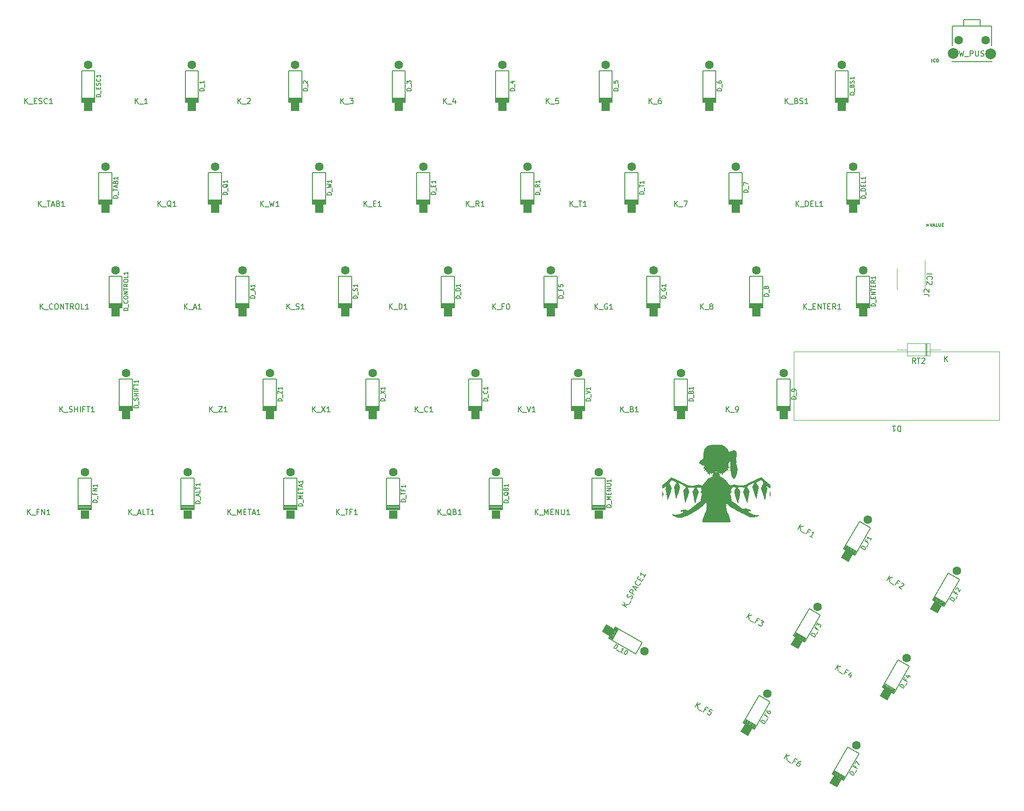
<source format=gbr>
G04 #@! TF.GenerationSoftware,KiCad,Pcbnew,(5.99.0-1941-g4629b701e)*
G04 #@! TF.CreationDate,2020-06-12T19:14:52+08:00*
G04 #@! TF.ProjectId,Keyboar-layout,4b657962-6f61-4722-9d6c-61796f75742e,rev?*
G04 #@! TF.SameCoordinates,Original*
G04 #@! TF.FileFunction,Legend,Top*
G04 #@! TF.FilePolarity,Positive*
%FSLAX46Y46*%
G04 Gerber Fmt 4.6, Leading zero omitted, Abs format (unit mm)*
G04 Created by KiCad (PCBNEW (5.99.0-1941-g4629b701e)) date 2020-06-12 19:14:52*
%MOMM*%
%LPD*%
G01*
G04 APERTURE LIST*
%ADD10C,0.150000*%
%ADD11C,0.127000*%
%ADD12C,0.120000*%
%ADD13C,0.200000*%
%ADD14C,2.000000*%
%ADD15C,1.600000*%
%ADD16R,1.600000X1.600000*%
G04 APERTURE END LIST*
D10*
X192111380Y-81312380D02*
X191778047Y-80836190D01*
X191539952Y-81312380D02*
X191539952Y-80312380D01*
X191920904Y-80312380D01*
X192016142Y-80360000D01*
X192063761Y-80407619D01*
X192111380Y-80502857D01*
X192111380Y-80645714D01*
X192063761Y-80740952D01*
X192016142Y-80788571D01*
X191920904Y-80836190D01*
X191539952Y-80836190D01*
X192397095Y-80312380D02*
X192968523Y-80312380D01*
X192682809Y-81312380D02*
X192682809Y-80312380D01*
X193254238Y-80407619D02*
X193301857Y-80360000D01*
X193397095Y-80312380D01*
X193635190Y-80312380D01*
X193730428Y-80360000D01*
X193778047Y-80407619D01*
X193825666Y-80502857D01*
X193825666Y-80598095D01*
X193778047Y-80740952D01*
X193206619Y-81312380D01*
X193825666Y-81312380D01*
X197477095Y-80992380D02*
X197477095Y-79992380D01*
X198048523Y-80992380D02*
X197619952Y-80420952D01*
X198048523Y-79992380D02*
X197477095Y-80563809D01*
X194209619Y-64682809D02*
X195209619Y-64682809D01*
X194304857Y-65730428D02*
X194257238Y-65682809D01*
X194209619Y-65539952D01*
X194209619Y-65444714D01*
X194257238Y-65301857D01*
X194352476Y-65206619D01*
X194447714Y-65159000D01*
X194638190Y-65111380D01*
X194781047Y-65111380D01*
X194971523Y-65159000D01*
X195066761Y-65206619D01*
X195162000Y-65301857D01*
X195209619Y-65444714D01*
X195209619Y-65539952D01*
X195162000Y-65682809D01*
X195114380Y-65730428D01*
X195114380Y-66111380D02*
X195162000Y-66159000D01*
X195209619Y-66254238D01*
X195209619Y-66492333D01*
X195162000Y-66587571D01*
X195114380Y-66635190D01*
X195019142Y-66682809D01*
X194923904Y-66682809D01*
X194781047Y-66635190D01*
X194209619Y-66063761D01*
X194209619Y-66682809D01*
D11*
X195111914Y-25421771D02*
X195111914Y-24812171D01*
X195750542Y-25363714D02*
X195721514Y-25392742D01*
X195634428Y-25421771D01*
X195576371Y-25421771D01*
X195489285Y-25392742D01*
X195431228Y-25334685D01*
X195402200Y-25276628D01*
X195373171Y-25160514D01*
X195373171Y-25073428D01*
X195402200Y-24957314D01*
X195431228Y-24899257D01*
X195489285Y-24841200D01*
X195576371Y-24812171D01*
X195634428Y-24812171D01*
X195721514Y-24841200D01*
X195750542Y-24870228D01*
X196127914Y-24812171D02*
X196185971Y-24812171D01*
X196244028Y-24841200D01*
X196273057Y-24870228D01*
X196302085Y-24928285D01*
X196331114Y-25044400D01*
X196331114Y-25189542D01*
X196302085Y-25305657D01*
X196273057Y-25363714D01*
X196244028Y-25392742D01*
X196185971Y-25421771D01*
X196127914Y-25421771D01*
X196069857Y-25392742D01*
X196040828Y-25363714D01*
X196011800Y-25305657D01*
X195982771Y-25189542D01*
X195982771Y-25044400D01*
X196011800Y-24928285D01*
X196040828Y-24870228D01*
X196069857Y-24841200D01*
X196127914Y-24812171D01*
X194110428Y-55495371D02*
X194574885Y-55669542D01*
X194110428Y-55843714D01*
X194778085Y-55292171D02*
X194981285Y-55901771D01*
X195184485Y-55292171D01*
X195358657Y-55727600D02*
X195648942Y-55727600D01*
X195300600Y-55901771D02*
X195503800Y-55292171D01*
X195707000Y-55901771D01*
X196200485Y-55901771D02*
X195910200Y-55901771D01*
X195910200Y-55292171D01*
X196403685Y-55292171D02*
X196403685Y-55785657D01*
X196432714Y-55843714D01*
X196461742Y-55872742D01*
X196519800Y-55901771D01*
X196635914Y-55901771D01*
X196693971Y-55872742D01*
X196723000Y-55843714D01*
X196752028Y-55785657D01*
X196752028Y-55292171D01*
X197042314Y-55582457D02*
X197245514Y-55582457D01*
X197332600Y-55901771D02*
X197042314Y-55901771D01*
X197042314Y-55292171D01*
X197332600Y-55292171D01*
D10*
X189333095Y-92892619D02*
X189333095Y-93892619D01*
X189095000Y-93892619D01*
X188952142Y-93845000D01*
X188856904Y-93749761D01*
X188809285Y-93654523D01*
X188761666Y-93464047D01*
X188761666Y-93321190D01*
X188809285Y-93130714D01*
X188856904Y-93035476D01*
X188952142Y-92940238D01*
X189095000Y-92892619D01*
X189333095Y-92892619D01*
X187809285Y-92892619D02*
X188380714Y-92892619D01*
X188095000Y-92892619D02*
X188095000Y-93892619D01*
X188190238Y-93749761D01*
X188285476Y-93654523D01*
X188380714Y-93606904D01*
X199303095Y-24290761D02*
X199445952Y-24338380D01*
X199684047Y-24338380D01*
X199779285Y-24290761D01*
X199826904Y-24243142D01*
X199874523Y-24147904D01*
X199874523Y-24052666D01*
X199826904Y-23957428D01*
X199779285Y-23909809D01*
X199684047Y-23862190D01*
X199493571Y-23814571D01*
X199398333Y-23766952D01*
X199350714Y-23719333D01*
X199303095Y-23624095D01*
X199303095Y-23528857D01*
X199350714Y-23433619D01*
X199398333Y-23386000D01*
X199493571Y-23338380D01*
X199731666Y-23338380D01*
X199874523Y-23386000D01*
X200207857Y-23338380D02*
X200445952Y-24338380D01*
X200636428Y-23624095D01*
X200826904Y-24338380D01*
X201065000Y-23338380D01*
X201207857Y-24433619D02*
X201969761Y-24433619D01*
X202207857Y-24338380D02*
X202207857Y-23338380D01*
X202588809Y-23338380D01*
X202684047Y-23386000D01*
X202731666Y-23433619D01*
X202779285Y-23528857D01*
X202779285Y-23671714D01*
X202731666Y-23766952D01*
X202684047Y-23814571D01*
X202588809Y-23862190D01*
X202207857Y-23862190D01*
X203207857Y-23338380D02*
X203207857Y-24147904D01*
X203255476Y-24243142D01*
X203303095Y-24290761D01*
X203398333Y-24338380D01*
X203588809Y-24338380D01*
X203684047Y-24290761D01*
X203731666Y-24243142D01*
X203779285Y-24147904D01*
X203779285Y-23338380D01*
X204207857Y-24290761D02*
X204350714Y-24338380D01*
X204588809Y-24338380D01*
X204684047Y-24290761D01*
X204731666Y-24243142D01*
X204779285Y-24147904D01*
X204779285Y-24052666D01*
X204731666Y-23957428D01*
X204684047Y-23909809D01*
X204588809Y-23862190D01*
X204398333Y-23814571D01*
X204303095Y-23766952D01*
X204255476Y-23719333D01*
X204207857Y-23624095D01*
X204207857Y-23528857D01*
X204255476Y-23433619D01*
X204303095Y-23386000D01*
X204398333Y-23338380D01*
X204636428Y-23338380D01*
X204779285Y-23386000D01*
X205207857Y-24338380D02*
X205207857Y-23338380D01*
X205207857Y-23814571D02*
X205779285Y-23814571D01*
X205779285Y-24338380D02*
X205779285Y-23338380D01*
X193635380Y-68532333D02*
X194349666Y-68532333D01*
X194492523Y-68579952D01*
X194587761Y-68675190D01*
X194635380Y-68818047D01*
X194635380Y-68913285D01*
X193730619Y-68103761D02*
X193683000Y-68056142D01*
X193635380Y-67960904D01*
X193635380Y-67722809D01*
X193683000Y-67627571D01*
X193730619Y-67579952D01*
X193825857Y-67532333D01*
X193921095Y-67532333D01*
X194063952Y-67579952D01*
X194635380Y-68151380D01*
X194635380Y-67532333D01*
X169925059Y-52202380D02*
X169925059Y-51202380D01*
X170496488Y-52202380D02*
X170067916Y-51630952D01*
X170496488Y-51202380D02*
X169925059Y-51773809D01*
X170686964Y-52297619D02*
X171448869Y-52297619D01*
X171686964Y-52202380D02*
X171686964Y-51202380D01*
X171925059Y-51202380D01*
X172067916Y-51250000D01*
X172163154Y-51345238D01*
X172210773Y-51440476D01*
X172258392Y-51630952D01*
X172258392Y-51773809D01*
X172210773Y-51964285D01*
X172163154Y-52059523D01*
X172067916Y-52154761D01*
X171925059Y-52202380D01*
X171686964Y-52202380D01*
X172686964Y-51678571D02*
X173020297Y-51678571D01*
X173163154Y-52202380D02*
X172686964Y-52202380D01*
X172686964Y-51202380D01*
X173163154Y-51202380D01*
X174067916Y-52202380D02*
X173591726Y-52202380D01*
X173591726Y-51202380D01*
X174925059Y-52202380D02*
X174353630Y-52202380D01*
X174639345Y-52202380D02*
X174639345Y-51202380D01*
X174544107Y-51345238D01*
X174448869Y-51440476D01*
X174353630Y-51488095D01*
X156994702Y-90302380D02*
X156994702Y-89302380D01*
X157566130Y-90302380D02*
X157137559Y-89730952D01*
X157566130Y-89302380D02*
X156994702Y-89873809D01*
X157756607Y-90397619D02*
X158518511Y-90397619D01*
X158804226Y-90302380D02*
X158994702Y-90302380D01*
X159089940Y-90254761D01*
X159137559Y-90207142D01*
X159232797Y-90064285D01*
X159280416Y-89873809D01*
X159280416Y-89492857D01*
X159232797Y-89397619D01*
X159185178Y-89350000D01*
X159089940Y-89302380D01*
X158899464Y-89302380D01*
X158804226Y-89350000D01*
X158756607Y-89397619D01*
X158708988Y-89492857D01*
X158708988Y-89730952D01*
X158756607Y-89826190D01*
X158804226Y-89873809D01*
X158899464Y-89921428D01*
X159089940Y-89921428D01*
X159185178Y-89873809D01*
X159232797Y-89826190D01*
X159280416Y-89730952D01*
X177278603Y-138033740D02*
X177778603Y-137167715D01*
X177773474Y-138319455D02*
X177688035Y-137610297D01*
X178273474Y-137453429D02*
X177492888Y-137662587D01*
X177890812Y-138497171D02*
X178550641Y-138878124D01*
X179355037Y-138627727D02*
X179066362Y-138461060D01*
X178804457Y-138914693D02*
X179304457Y-138048667D01*
X179716850Y-138286763D01*
X180251251Y-138980200D02*
X179917918Y-139557550D01*
X180235531Y-138531238D02*
X179672192Y-139030780D01*
X180208303Y-139340303D01*
X113699880Y-71252380D02*
X113699880Y-70252380D01*
X114271309Y-71252380D02*
X113842738Y-70680952D01*
X114271309Y-70252380D02*
X113699880Y-70823809D01*
X114461785Y-71347619D02*
X115223690Y-71347619D01*
X115795119Y-70728571D02*
X115461785Y-70728571D01*
X115461785Y-71252380D02*
X115461785Y-70252380D01*
X115937976Y-70252380D01*
X116509404Y-70252380D02*
X116604642Y-70252380D01*
X116699880Y-70300000D01*
X116747500Y-70347619D01*
X116795119Y-70442857D01*
X116842738Y-70633333D01*
X116842738Y-70871428D01*
X116795119Y-71061904D01*
X116747500Y-71157142D01*
X116699880Y-71204761D01*
X116604642Y-71252380D01*
X116509404Y-71252380D01*
X116414166Y-71204761D01*
X116366547Y-71157142D01*
X116318928Y-71061904D01*
X116271309Y-70871428D01*
X116271309Y-70633333D01*
X116318928Y-70442857D01*
X116366547Y-70347619D01*
X116414166Y-70300000D01*
X116509404Y-70252380D01*
X132678452Y-71252380D02*
X132678452Y-70252380D01*
X133249880Y-71252380D02*
X132821309Y-70680952D01*
X133249880Y-70252380D02*
X132678452Y-70823809D01*
X133440357Y-71347619D02*
X134202261Y-71347619D01*
X134964166Y-70300000D02*
X134868928Y-70252380D01*
X134726071Y-70252380D01*
X134583214Y-70300000D01*
X134487976Y-70395238D01*
X134440357Y-70490476D01*
X134392738Y-70680952D01*
X134392738Y-70823809D01*
X134440357Y-71014285D01*
X134487976Y-71109523D01*
X134583214Y-71204761D01*
X134726071Y-71252380D01*
X134821309Y-71252380D01*
X134964166Y-71204761D01*
X135011785Y-71157142D01*
X135011785Y-70823809D01*
X134821309Y-70823809D01*
X135964166Y-71252380D02*
X135392738Y-71252380D01*
X135678452Y-71252380D02*
X135678452Y-70252380D01*
X135583214Y-70395238D01*
X135487976Y-70490476D01*
X135392738Y-70538095D01*
X56549880Y-71252380D02*
X56549880Y-70252380D01*
X57121309Y-71252380D02*
X56692738Y-70680952D01*
X57121309Y-70252380D02*
X56549880Y-70823809D01*
X57311785Y-71347619D02*
X58073690Y-71347619D01*
X58264166Y-70966666D02*
X58740357Y-70966666D01*
X58168928Y-71252380D02*
X58502261Y-70252380D01*
X58835595Y-71252380D01*
X59692738Y-71252380D02*
X59121309Y-71252380D01*
X59407023Y-71252380D02*
X59407023Y-70252380D01*
X59311785Y-70395238D01*
X59216547Y-70490476D01*
X59121309Y-70538095D01*
X85555952Y-33152380D02*
X85555952Y-32152380D01*
X86127380Y-33152380D02*
X85698809Y-32580952D01*
X86127380Y-32152380D02*
X85555952Y-32723809D01*
X86317857Y-33247619D02*
X87079761Y-33247619D01*
X87222619Y-32152380D02*
X87841666Y-32152380D01*
X87508333Y-32533333D01*
X87651190Y-32533333D01*
X87746428Y-32580952D01*
X87794047Y-32628571D01*
X87841666Y-32723809D01*
X87841666Y-32961904D01*
X87794047Y-33057142D01*
X87746428Y-33104761D01*
X87651190Y-33152380D01*
X87365476Y-33152380D01*
X87270238Y-33104761D01*
X87222619Y-33057142D01*
X46241666Y-109352380D02*
X46241666Y-108352380D01*
X46813095Y-109352380D02*
X46384523Y-108780952D01*
X46813095Y-108352380D02*
X46241666Y-108923809D01*
X47003571Y-109447619D02*
X47765476Y-109447619D01*
X47955952Y-109066666D02*
X48432142Y-109066666D01*
X47860714Y-109352380D02*
X48194047Y-108352380D01*
X48527380Y-109352380D01*
X49336904Y-109352380D02*
X48860714Y-109352380D01*
X48860714Y-108352380D01*
X49527380Y-108352380D02*
X50098809Y-108352380D01*
X49813095Y-109352380D02*
X49813095Y-108352380D01*
X50955952Y-109352380D02*
X50384523Y-109352380D01*
X50670238Y-109352380D02*
X50670238Y-108352380D01*
X50575000Y-108495238D01*
X50479761Y-108590476D01*
X50384523Y-108638095D01*
X66505952Y-33152380D02*
X66505952Y-32152380D01*
X67077380Y-33152380D02*
X66648809Y-32580952D01*
X67077380Y-32152380D02*
X66505952Y-32723809D01*
X67267857Y-33247619D02*
X68029761Y-33247619D01*
X68220238Y-32247619D02*
X68267857Y-32200000D01*
X68363095Y-32152380D01*
X68601190Y-32152380D01*
X68696428Y-32200000D01*
X68744047Y-32247619D01*
X68791666Y-32342857D01*
X68791666Y-32438095D01*
X68744047Y-32580952D01*
X68172619Y-33152380D01*
X68791666Y-33152380D01*
X147467202Y-52202380D02*
X147467202Y-51202380D01*
X148038630Y-52202380D02*
X147610059Y-51630952D01*
X148038630Y-51202380D02*
X147467202Y-51773809D01*
X148229107Y-52297619D02*
X148991011Y-52297619D01*
X149133869Y-51202380D02*
X149800535Y-51202380D01*
X149371964Y-52202380D01*
X64672619Y-109352380D02*
X64672619Y-108352380D01*
X65244047Y-109352380D02*
X64815476Y-108780952D01*
X65244047Y-108352380D02*
X64672619Y-108923809D01*
X65434523Y-109447619D02*
X66196428Y-109447619D01*
X66434523Y-109352380D02*
X66434523Y-108352380D01*
X66767857Y-109066666D01*
X67101190Y-108352380D01*
X67101190Y-109352380D01*
X67577380Y-108828571D02*
X67910714Y-108828571D01*
X68053571Y-109352380D02*
X67577380Y-109352380D01*
X67577380Y-108352380D01*
X68053571Y-108352380D01*
X68339285Y-108352380D02*
X68910714Y-108352380D01*
X68625000Y-109352380D02*
X68625000Y-108352380D01*
X69196428Y-109066666D02*
X69672619Y-109066666D01*
X69101190Y-109352380D02*
X69434523Y-108352380D01*
X69767857Y-109352380D01*
X70625000Y-109352380D02*
X70053571Y-109352380D01*
X70339285Y-109352380D02*
X70339285Y-108352380D01*
X70244047Y-108495238D01*
X70148809Y-108590476D01*
X70053571Y-108638095D01*
X104605952Y-33152380D02*
X104605952Y-32152380D01*
X105177380Y-33152380D02*
X104748809Y-32580952D01*
X105177380Y-32152380D02*
X104605952Y-32723809D01*
X105367857Y-33247619D02*
X106129761Y-33247619D01*
X106796428Y-32485714D02*
X106796428Y-33152380D01*
X106558333Y-32104761D02*
X106320238Y-32819047D01*
X106939285Y-32819047D01*
X26977380Y-33152380D02*
X26977380Y-32152380D01*
X27548809Y-33152380D02*
X27120238Y-32580952D01*
X27548809Y-32152380D02*
X26977380Y-32723809D01*
X27739285Y-33247619D02*
X28501190Y-33247619D01*
X28739285Y-32628571D02*
X29072619Y-32628571D01*
X29215476Y-33152380D02*
X28739285Y-33152380D01*
X28739285Y-32152380D01*
X29215476Y-32152380D01*
X29596428Y-33104761D02*
X29739285Y-33152380D01*
X29977380Y-33152380D01*
X30072619Y-33104761D01*
X30120238Y-33057142D01*
X30167857Y-32961904D01*
X30167857Y-32866666D01*
X30120238Y-32771428D01*
X30072619Y-32723809D01*
X29977380Y-32676190D01*
X29786904Y-32628571D01*
X29691666Y-32580952D01*
X29644047Y-32533333D01*
X29596428Y-32438095D01*
X29596428Y-32342857D01*
X29644047Y-32247619D01*
X29691666Y-32200000D01*
X29786904Y-32152380D01*
X30025000Y-32152380D01*
X30167857Y-32200000D01*
X31167857Y-33057142D02*
X31120238Y-33104761D01*
X30977380Y-33152380D01*
X30882142Y-33152380D01*
X30739285Y-33104761D01*
X30644047Y-33009523D01*
X30596428Y-32914285D01*
X30548809Y-32723809D01*
X30548809Y-32580952D01*
X30596428Y-32390476D01*
X30644047Y-32295238D01*
X30739285Y-32200000D01*
X30882142Y-32152380D01*
X30977380Y-32152380D01*
X31120238Y-32200000D01*
X31167857Y-32247619D01*
X32120238Y-33152380D02*
X31548809Y-33152380D01*
X31834523Y-33152380D02*
X31834523Y-32152380D01*
X31739285Y-32295238D01*
X31644047Y-32390476D01*
X31548809Y-32438095D01*
X151255819Y-145006524D02*
X151755819Y-144140499D01*
X151750690Y-145292239D02*
X151665251Y-144583081D01*
X152250690Y-144426213D02*
X151470104Y-144635371D01*
X151868028Y-145469955D02*
X152527857Y-145850908D01*
X153332253Y-145600511D02*
X153043578Y-145433844D01*
X152781673Y-145887477D02*
X153281673Y-145021451D01*
X153694066Y-145259547D01*
X154436373Y-145688118D02*
X154023980Y-145450023D01*
X153744646Y-145838606D01*
X153809695Y-145821177D01*
X153915983Y-145827556D01*
X154122179Y-145946604D01*
X154180848Y-146035462D01*
X154198278Y-146100511D01*
X154191898Y-146206799D01*
X154072851Y-146412996D01*
X153983992Y-146471665D01*
X153918944Y-146489095D01*
X153812656Y-146482715D01*
X153606459Y-146363667D01*
X153547790Y-146274809D01*
X153530360Y-146209760D01*
X152233452Y-71252380D02*
X152233452Y-70252380D01*
X152804880Y-71252380D02*
X152376309Y-70680952D01*
X152804880Y-70252380D02*
X152233452Y-70823809D01*
X152995357Y-71347619D02*
X153757261Y-71347619D01*
X154138214Y-70680952D02*
X154042976Y-70633333D01*
X153995357Y-70585714D01*
X153947738Y-70490476D01*
X153947738Y-70442857D01*
X153995357Y-70347619D01*
X154042976Y-70300000D01*
X154138214Y-70252380D01*
X154328690Y-70252380D01*
X154423928Y-70300000D01*
X154471547Y-70347619D01*
X154519166Y-70442857D01*
X154519166Y-70490476D01*
X154471547Y-70585714D01*
X154423928Y-70633333D01*
X154328690Y-70680952D01*
X154138214Y-70680952D01*
X154042976Y-70728571D01*
X153995357Y-70776190D01*
X153947738Y-70871428D01*
X153947738Y-71061904D01*
X153995357Y-71157142D01*
X154042976Y-71204761D01*
X154138214Y-71252380D01*
X154328690Y-71252380D01*
X154423928Y-71204761D01*
X154471547Y-71157142D01*
X154519166Y-71061904D01*
X154519166Y-70871428D01*
X154471547Y-70776190D01*
X154423928Y-70728571D01*
X154328690Y-70680952D01*
X27453571Y-109352380D02*
X27453571Y-108352380D01*
X28025000Y-109352380D02*
X27596428Y-108780952D01*
X28025000Y-108352380D02*
X27453571Y-108923809D01*
X28215476Y-109447619D02*
X28977380Y-109447619D01*
X29548809Y-108828571D02*
X29215476Y-108828571D01*
X29215476Y-109352380D02*
X29215476Y-108352380D01*
X29691666Y-108352380D01*
X30072619Y-109352380D02*
X30072619Y-108352380D01*
X30644047Y-109352380D01*
X30644047Y-108352380D01*
X31644047Y-109352380D02*
X31072619Y-109352380D01*
X31358333Y-109352380D02*
X31358333Y-108352380D01*
X31263095Y-108495238D01*
X31167857Y-108590476D01*
X31072619Y-108638095D01*
X170305819Y-112010956D02*
X170805819Y-111144931D01*
X170800690Y-112296671D02*
X170715251Y-111587513D01*
X171300690Y-111430645D02*
X170520104Y-111639803D01*
X170918028Y-112474387D02*
X171577857Y-112855340D01*
X172382253Y-112604943D02*
X172093578Y-112438276D01*
X171831673Y-112891909D02*
X172331673Y-112025883D01*
X172744066Y-112263979D01*
X173027613Y-113582385D02*
X172532741Y-113296671D01*
X172780177Y-113439528D02*
X173280177Y-112573502D01*
X173126270Y-112649601D01*
X172996172Y-112684461D01*
X172889884Y-112678081D01*
X186803603Y-121535956D02*
X187303603Y-120669931D01*
X187298474Y-121821671D02*
X187213035Y-121112513D01*
X187798474Y-120955645D02*
X187017888Y-121164803D01*
X187415812Y-121999387D02*
X188075641Y-122380340D01*
X188880037Y-122129943D02*
X188591362Y-121963276D01*
X188329457Y-122416909D02*
X188829457Y-121550883D01*
X189241850Y-121788979D01*
X189482906Y-122038124D02*
X189547955Y-122020694D01*
X189654243Y-122027074D01*
X189860440Y-122146121D01*
X189919109Y-122234980D01*
X189936538Y-122300029D01*
X189930159Y-122406317D01*
X189882540Y-122488795D01*
X189769872Y-122588704D01*
X188989286Y-122797861D01*
X189525397Y-123107385D01*
X47455952Y-33152380D02*
X47455952Y-32152380D01*
X48027380Y-33152380D02*
X47598809Y-32580952D01*
X48027380Y-32152380D02*
X47455952Y-32723809D01*
X48217857Y-33247619D02*
X48979761Y-33247619D01*
X49741666Y-33152380D02*
X49170238Y-33152380D01*
X49455952Y-33152380D02*
X49455952Y-32152380D01*
X49360714Y-32295238D01*
X49265476Y-32390476D01*
X49170238Y-32438095D01*
X121584523Y-109352380D02*
X121584523Y-108352380D01*
X122155952Y-109352380D02*
X121727380Y-108780952D01*
X122155952Y-108352380D02*
X121584523Y-108923809D01*
X122346428Y-109447619D02*
X123108333Y-109447619D01*
X123346428Y-109352380D02*
X123346428Y-108352380D01*
X123679761Y-109066666D01*
X124013095Y-108352380D01*
X124013095Y-109352380D01*
X124489285Y-108828571D02*
X124822619Y-108828571D01*
X124965476Y-109352380D02*
X124489285Y-109352380D01*
X124489285Y-108352380D01*
X124965476Y-108352380D01*
X125394047Y-109352380D02*
X125394047Y-108352380D01*
X125965476Y-109352380D01*
X125965476Y-108352380D01*
X126441666Y-108352380D02*
X126441666Y-109161904D01*
X126489285Y-109257142D01*
X126536904Y-109304761D01*
X126632142Y-109352380D01*
X126822619Y-109352380D01*
X126917857Y-109304761D01*
X126965476Y-109257142D01*
X127013095Y-109161904D01*
X127013095Y-108352380D01*
X128013095Y-109352380D02*
X127441666Y-109352380D01*
X127727380Y-109352380D02*
X127727380Y-108352380D01*
X127632142Y-108495238D01*
X127536904Y-108590476D01*
X127441666Y-108638095D01*
X137444702Y-90302380D02*
X137444702Y-89302380D01*
X138016130Y-90302380D02*
X137587559Y-89730952D01*
X138016130Y-89302380D02*
X137444702Y-89873809D01*
X138206607Y-90397619D02*
X138968511Y-90397619D01*
X139539940Y-89778571D02*
X139682797Y-89826190D01*
X139730416Y-89873809D01*
X139778035Y-89969047D01*
X139778035Y-90111904D01*
X139730416Y-90207142D01*
X139682797Y-90254761D01*
X139587559Y-90302380D01*
X139206607Y-90302380D01*
X139206607Y-89302380D01*
X139539940Y-89302380D01*
X139635178Y-89350000D01*
X139682797Y-89397619D01*
X139730416Y-89492857D01*
X139730416Y-89588095D01*
X139682797Y-89683333D01*
X139635178Y-89730952D01*
X139539940Y-89778571D01*
X139206607Y-89778571D01*
X140730416Y-90302380D02*
X140158988Y-90302380D01*
X140444702Y-90302380D02*
X140444702Y-89302380D01*
X140349464Y-89445238D01*
X140254226Y-89540476D01*
X140158988Y-89588095D01*
X99344702Y-90302380D02*
X99344702Y-89302380D01*
X99916130Y-90302380D02*
X99487559Y-89730952D01*
X99916130Y-89302380D02*
X99344702Y-89873809D01*
X100106607Y-90397619D02*
X100868511Y-90397619D01*
X101678035Y-90207142D02*
X101630416Y-90254761D01*
X101487559Y-90302380D01*
X101392321Y-90302380D01*
X101249464Y-90254761D01*
X101154226Y-90159523D01*
X101106607Y-90064285D01*
X101058988Y-89873809D01*
X101058988Y-89730952D01*
X101106607Y-89540476D01*
X101154226Y-89445238D01*
X101249464Y-89350000D01*
X101392321Y-89302380D01*
X101487559Y-89302380D01*
X101630416Y-89350000D01*
X101678035Y-89397619D01*
X102630416Y-90302380D02*
X102058988Y-90302380D01*
X102344702Y-90302380D02*
X102344702Y-89302380D01*
X102249464Y-89445238D01*
X102154226Y-89540476D01*
X102058988Y-89588095D01*
X94578452Y-71252380D02*
X94578452Y-70252380D01*
X95149880Y-71252380D02*
X94721309Y-70680952D01*
X95149880Y-70252380D02*
X94578452Y-70823809D01*
X95340357Y-71347619D02*
X96102261Y-71347619D01*
X96340357Y-71252380D02*
X96340357Y-70252380D01*
X96578452Y-70252380D01*
X96721309Y-70300000D01*
X96816547Y-70395238D01*
X96864166Y-70490476D01*
X96911785Y-70680952D01*
X96911785Y-70823809D01*
X96864166Y-71014285D01*
X96816547Y-71109523D01*
X96721309Y-71204761D01*
X96578452Y-71252380D01*
X96340357Y-71252380D01*
X97864166Y-71252380D02*
X97292738Y-71252380D01*
X97578452Y-71252380D02*
X97578452Y-70252380D01*
X97483214Y-70395238D01*
X97387976Y-70490476D01*
X97292738Y-70538095D01*
X167753603Y-154531524D02*
X168253603Y-153665499D01*
X168248474Y-154817239D02*
X168163035Y-154108081D01*
X168748474Y-153951213D02*
X167967888Y-154160371D01*
X168365812Y-154994955D02*
X169025641Y-155375908D01*
X169830037Y-155125511D02*
X169541362Y-154958844D01*
X169279457Y-155412477D02*
X169779457Y-154546451D01*
X170191850Y-154784547D01*
X170892918Y-155189308D02*
X170727961Y-155094070D01*
X170621673Y-155087691D01*
X170556624Y-155105120D01*
X170402717Y-155181219D01*
X170266239Y-155322367D01*
X170075763Y-155652281D01*
X170069383Y-155758570D01*
X170086813Y-155823618D01*
X170145482Y-155912477D01*
X170310440Y-156007715D01*
X170416728Y-156014095D01*
X170481776Y-155996665D01*
X170570635Y-155937996D01*
X170689682Y-155731799D01*
X170696062Y-155625511D01*
X170678632Y-155560462D01*
X170619963Y-155471604D01*
X170455006Y-155376366D01*
X170348718Y-155369986D01*
X170283669Y-155387416D01*
X170194811Y-155446085D01*
X160780819Y-128508740D02*
X161280819Y-127642715D01*
X161275690Y-128794455D02*
X161190251Y-128085297D01*
X161775690Y-127928429D02*
X160995104Y-128137587D01*
X161393028Y-128972171D02*
X162052857Y-129353124D01*
X162857253Y-129102727D02*
X162568578Y-128936060D01*
X162306673Y-129389693D02*
X162806673Y-128523667D01*
X163219066Y-128761763D01*
X163466502Y-128904620D02*
X164002613Y-129214144D01*
X163523461Y-129377391D01*
X163647179Y-129448820D01*
X163705848Y-129537678D01*
X163723278Y-129602727D01*
X163716898Y-129709015D01*
X163597851Y-129915212D01*
X163508992Y-129973881D01*
X163443944Y-129991311D01*
X163337656Y-129984931D01*
X163090220Y-129842074D01*
X163031551Y-129753215D01*
X163014121Y-129688167D01*
X180564353Y-157655338D02*
X179871532Y-157255338D01*
X179966770Y-157090381D01*
X180056905Y-157010454D01*
X180160983Y-156982566D01*
X180246013Y-156987670D01*
X180397027Y-157030869D01*
X180496001Y-157088012D01*
X180608919Y-157197194D01*
X180655854Y-157268281D01*
X180683742Y-157372359D01*
X180659591Y-157490381D01*
X180564353Y-157655338D01*
X180935097Y-157165570D02*
X181239859Y-156637707D01*
X181039542Y-155994190D02*
X180906209Y-156225131D01*
X181269115Y-156434654D02*
X180576294Y-156034654D01*
X180766770Y-155704740D01*
X180881056Y-155506791D02*
X181147723Y-155044911D01*
X181669115Y-155741834D01*
X136181334Y-134057422D02*
X136581334Y-133364602D01*
X136746291Y-133459840D01*
X136826218Y-133549974D01*
X136854105Y-133654052D01*
X136849002Y-133739083D01*
X136805803Y-133890096D01*
X136748660Y-133989070D01*
X136639478Y-134101989D01*
X136568391Y-134148924D01*
X136464313Y-134176811D01*
X136346291Y-134152660D01*
X136181334Y-134057422D01*
X136671102Y-134428167D02*
X137198965Y-134732929D01*
X137764923Y-134971708D02*
X137369026Y-134743136D01*
X137566974Y-134857422D02*
X137966974Y-134164602D01*
X137843849Y-134225481D01*
X137739771Y-134253368D01*
X137654740Y-134248265D01*
X138593812Y-134526506D02*
X138659795Y-134564602D01*
X138706730Y-134635688D01*
X138720674Y-134687727D01*
X138715570Y-134772758D01*
X138672371Y-134923771D01*
X138577133Y-135088729D01*
X138467951Y-135201647D01*
X138396864Y-135248582D01*
X138344825Y-135262526D01*
X138259795Y-135257422D01*
X138193812Y-135219327D01*
X138146877Y-135148240D01*
X138132933Y-135096201D01*
X138138037Y-135011170D01*
X138181236Y-134860157D01*
X138276474Y-134695200D01*
X138385656Y-134582282D01*
X138456742Y-134535346D01*
X138508781Y-134521403D01*
X138593812Y-134526506D01*
X60207737Y-30740238D02*
X59407737Y-30740238D01*
X59407737Y-30549761D01*
X59445833Y-30435476D01*
X59522023Y-30359285D01*
X59598213Y-30321190D01*
X59750594Y-30283095D01*
X59864880Y-30283095D01*
X60017261Y-30321190D01*
X60093452Y-30359285D01*
X60169642Y-30435476D01*
X60207737Y-30549761D01*
X60207737Y-30740238D01*
X60283928Y-30130714D02*
X60283928Y-29521190D01*
X60207737Y-28911666D02*
X60207737Y-29368809D01*
X60207737Y-29140238D02*
X59407737Y-29140238D01*
X59522023Y-29216428D01*
X59598213Y-29292619D01*
X59636309Y-29368809D01*
X161036904Y-49599738D02*
X160236904Y-49599738D01*
X160236904Y-49409261D01*
X160275000Y-49294976D01*
X160351190Y-49218785D01*
X160427380Y-49180690D01*
X160579761Y-49142595D01*
X160694047Y-49142595D01*
X160846428Y-49180690D01*
X160922619Y-49218785D01*
X160998809Y-49294976D01*
X161036904Y-49409261D01*
X161036904Y-49599738D01*
X161113095Y-48990214D02*
X161113095Y-48380690D01*
X160236904Y-48266404D02*
X160236904Y-47733071D01*
X161036904Y-48075928D01*
X169926904Y-87890238D02*
X169126904Y-87890238D01*
X169126904Y-87699761D01*
X169165000Y-87585476D01*
X169241190Y-87509285D01*
X169317380Y-87471190D01*
X169469761Y-87433095D01*
X169584047Y-87433095D01*
X169736428Y-87471190D01*
X169812619Y-87509285D01*
X169888809Y-87585476D01*
X169926904Y-87699761D01*
X169926904Y-87890238D01*
X170003095Y-87280714D02*
X170003095Y-86671190D01*
X169926904Y-86442619D02*
X169926904Y-86290238D01*
X169888809Y-86214047D01*
X169850714Y-86175952D01*
X169736428Y-86099761D01*
X169584047Y-86061666D01*
X169279285Y-86061666D01*
X169203095Y-86099761D01*
X169165000Y-86137857D01*
X169126904Y-86214047D01*
X169126904Y-86366428D01*
X169165000Y-86442619D01*
X169203095Y-86480714D01*
X169279285Y-86518809D01*
X169469761Y-86518809D01*
X169545952Y-86480714D01*
X169584047Y-86442619D01*
X169622142Y-86366428D01*
X169622142Y-86214047D01*
X169584047Y-86137857D01*
X169545952Y-86099761D01*
X169469761Y-86061666D01*
X136951069Y-30740238D02*
X136151069Y-30740238D01*
X136151069Y-30549761D01*
X136189165Y-30435476D01*
X136265355Y-30359285D01*
X136341545Y-30321190D01*
X136493926Y-30283095D01*
X136608212Y-30283095D01*
X136760593Y-30321190D01*
X136836784Y-30359285D01*
X136912974Y-30435476D01*
X136951069Y-30549761D01*
X136951069Y-30740238D01*
X137027260Y-30130714D02*
X137027260Y-29521190D01*
X136151069Y-28949761D02*
X136151069Y-29330714D01*
X136532022Y-29368809D01*
X136493926Y-29330714D01*
X136455831Y-29254523D01*
X136455831Y-29064047D01*
X136493926Y-28987857D01*
X136532022Y-28949761D01*
X136608212Y-28911666D01*
X136798688Y-28911666D01*
X136874879Y-28949761D01*
X136912974Y-28987857D01*
X136951069Y-29064047D01*
X136951069Y-29254523D01*
X136912974Y-29330714D01*
X136874879Y-29368809D01*
X164066569Y-148130338D02*
X163373748Y-147730338D01*
X163468986Y-147565381D01*
X163559121Y-147485454D01*
X163663199Y-147457566D01*
X163748229Y-147462670D01*
X163899243Y-147505869D01*
X163998217Y-147563012D01*
X164111135Y-147672194D01*
X164158070Y-147743281D01*
X164185958Y-147847359D01*
X164161807Y-147965381D01*
X164066569Y-148130338D01*
X164437313Y-147640570D02*
X164742075Y-147112707D01*
X164541758Y-146469190D02*
X164408425Y-146700131D01*
X164771331Y-146909654D02*
X164078510Y-146509654D01*
X164268986Y-146179740D01*
X164592796Y-145618885D02*
X164516605Y-145750851D01*
X164511502Y-145835882D01*
X164525445Y-145887921D01*
X164586325Y-146011046D01*
X164699243Y-146120228D01*
X164963174Y-146272609D01*
X165048205Y-146277713D01*
X165100244Y-146263769D01*
X165171331Y-146216834D01*
X165247521Y-146084868D01*
X165252625Y-145999838D01*
X165238681Y-145947799D01*
X165191746Y-145876712D01*
X165026788Y-145781474D01*
X164941758Y-145776370D01*
X164889719Y-145790314D01*
X164818632Y-145837249D01*
X164742442Y-145969215D01*
X164737338Y-146054246D01*
X164751282Y-146106285D01*
X164798217Y-146177371D01*
X112776904Y-88290238D02*
X111976904Y-88290238D01*
X111976904Y-88099761D01*
X112015000Y-87985476D01*
X112091190Y-87909285D01*
X112167380Y-87871190D01*
X112319761Y-87833095D01*
X112434047Y-87833095D01*
X112586428Y-87871190D01*
X112662619Y-87909285D01*
X112738809Y-87985476D01*
X112776904Y-88099761D01*
X112776904Y-88290238D01*
X112853095Y-87680714D02*
X112853095Y-87071190D01*
X112700714Y-86423571D02*
X112738809Y-86461666D01*
X112776904Y-86575952D01*
X112776904Y-86652142D01*
X112738809Y-86766428D01*
X112662619Y-86842619D01*
X112586428Y-86880714D01*
X112434047Y-86918809D01*
X112319761Y-86918809D01*
X112167380Y-86880714D01*
X112091190Y-86842619D01*
X112015000Y-86766428D01*
X111976904Y-86652142D01*
X111976904Y-86575952D01*
X112015000Y-86461666D01*
X112053095Y-86423571D01*
X112776904Y-85661666D02*
X112776904Y-86118809D01*
X112776904Y-85890238D02*
X111976904Y-85890238D01*
X112091190Y-85966428D01*
X112167380Y-86042619D01*
X112205476Y-86118809D01*
X184658904Y-70687857D02*
X183858904Y-70687857D01*
X183858904Y-70497380D01*
X183897000Y-70383095D01*
X183973190Y-70306904D01*
X184049380Y-70268809D01*
X184201761Y-70230714D01*
X184316047Y-70230714D01*
X184468428Y-70268809D01*
X184544619Y-70306904D01*
X184620809Y-70383095D01*
X184658904Y-70497380D01*
X184658904Y-70687857D01*
X184735095Y-70078333D02*
X184735095Y-69468809D01*
X184239857Y-69278333D02*
X184239857Y-69011666D01*
X184658904Y-68897380D02*
X184658904Y-69278333D01*
X183858904Y-69278333D01*
X183858904Y-68897380D01*
X184658904Y-68554523D02*
X183858904Y-68554523D01*
X184658904Y-68097380D01*
X183858904Y-68097380D01*
X183858904Y-67830714D02*
X183858904Y-67373571D01*
X184658904Y-67602142D02*
X183858904Y-67602142D01*
X184239857Y-67106904D02*
X184239857Y-66840238D01*
X184658904Y-66725952D02*
X184658904Y-67106904D01*
X183858904Y-67106904D01*
X183858904Y-66725952D01*
X184658904Y-65925952D02*
X184277952Y-66192619D01*
X184658904Y-66383095D02*
X183858904Y-66383095D01*
X183858904Y-66078333D01*
X183897000Y-66002142D01*
X183935095Y-65964047D01*
X184011285Y-65925952D01*
X184125571Y-65925952D01*
X184201761Y-65964047D01*
X184239857Y-66002142D01*
X184277952Y-66078333D01*
X184277952Y-66383095D01*
X184658904Y-65164047D02*
X184658904Y-65621190D01*
X184658904Y-65392619D02*
X183858904Y-65392619D01*
X183973190Y-65468809D01*
X184049380Y-65545000D01*
X184087476Y-65621190D01*
X122428904Y-49999738D02*
X121628904Y-49999738D01*
X121628904Y-49809261D01*
X121667000Y-49694976D01*
X121743190Y-49618785D01*
X121819380Y-49580690D01*
X121971761Y-49542595D01*
X122086047Y-49542595D01*
X122238428Y-49580690D01*
X122314619Y-49618785D01*
X122390809Y-49694976D01*
X122428904Y-49809261D01*
X122428904Y-49999738D01*
X122505095Y-49390214D02*
X122505095Y-48780690D01*
X122428904Y-48133071D02*
X122047952Y-48399738D01*
X122428904Y-48590214D02*
X121628904Y-48590214D01*
X121628904Y-48285452D01*
X121667000Y-48209261D01*
X121705095Y-48171166D01*
X121781285Y-48133071D01*
X121895571Y-48133071D01*
X121971761Y-48171166D01*
X122009857Y-48209261D01*
X122047952Y-48285452D01*
X122047952Y-48590214D01*
X122428904Y-47371166D02*
X122428904Y-47828309D01*
X122428904Y-47599738D02*
X121628904Y-47599738D01*
X121743190Y-47675928D01*
X121819380Y-47752119D01*
X121857476Y-47828309D01*
X180721904Y-31521190D02*
X179921904Y-31521190D01*
X179921904Y-31330714D01*
X179960000Y-31216428D01*
X180036190Y-31140238D01*
X180112380Y-31102142D01*
X180264761Y-31064047D01*
X180379047Y-31064047D01*
X180531428Y-31102142D01*
X180607619Y-31140238D01*
X180683809Y-31216428D01*
X180721904Y-31330714D01*
X180721904Y-31521190D01*
X180798095Y-30911666D02*
X180798095Y-30302142D01*
X180302857Y-29845000D02*
X180340952Y-29730714D01*
X180379047Y-29692619D01*
X180455238Y-29654523D01*
X180569523Y-29654523D01*
X180645714Y-29692619D01*
X180683809Y-29730714D01*
X180721904Y-29806904D01*
X180721904Y-30111666D01*
X179921904Y-30111666D01*
X179921904Y-29845000D01*
X179960000Y-29768809D01*
X179998095Y-29730714D01*
X180074285Y-29692619D01*
X180150476Y-29692619D01*
X180226666Y-29730714D01*
X180264761Y-29768809D01*
X180302857Y-29845000D01*
X180302857Y-30111666D01*
X180683809Y-29349761D02*
X180721904Y-29235476D01*
X180721904Y-29045000D01*
X180683809Y-28968809D01*
X180645714Y-28930714D01*
X180569523Y-28892619D01*
X180493333Y-28892619D01*
X180417142Y-28930714D01*
X180379047Y-28968809D01*
X180340952Y-29045000D01*
X180302857Y-29197380D01*
X180264761Y-29273571D01*
X180226666Y-29311666D01*
X180150476Y-29349761D01*
X180074285Y-29349761D01*
X179998095Y-29311666D01*
X179960000Y-29273571D01*
X179921904Y-29197380D01*
X179921904Y-29006904D01*
X179960000Y-28892619D01*
X180721904Y-28130714D02*
X180721904Y-28587857D01*
X180721904Y-28359285D02*
X179921904Y-28359285D01*
X180036190Y-28435476D01*
X180112380Y-28511666D01*
X180150476Y-28587857D01*
X135636904Y-107962380D02*
X134836904Y-107962380D01*
X134836904Y-107771904D01*
X134875000Y-107657619D01*
X134951190Y-107581428D01*
X135027380Y-107543333D01*
X135179761Y-107505238D01*
X135294047Y-107505238D01*
X135446428Y-107543333D01*
X135522619Y-107581428D01*
X135598809Y-107657619D01*
X135636904Y-107771904D01*
X135636904Y-107962380D01*
X135713095Y-107352857D02*
X135713095Y-106743333D01*
X135636904Y-106552857D02*
X134836904Y-106552857D01*
X135408333Y-106286190D01*
X134836904Y-106019523D01*
X135636904Y-106019523D01*
X135217857Y-105638571D02*
X135217857Y-105371904D01*
X135636904Y-105257619D02*
X135636904Y-105638571D01*
X134836904Y-105638571D01*
X134836904Y-105257619D01*
X135636904Y-104914761D02*
X134836904Y-104914761D01*
X135636904Y-104457619D01*
X134836904Y-104457619D01*
X134836904Y-104076666D02*
X135484523Y-104076666D01*
X135560714Y-104038571D01*
X135598809Y-104000476D01*
X135636904Y-103924285D01*
X135636904Y-103771904D01*
X135598809Y-103695714D01*
X135560714Y-103657619D01*
X135484523Y-103619523D01*
X134836904Y-103619523D01*
X135636904Y-102819523D02*
X135636904Y-103276666D01*
X135636904Y-103048095D02*
X134836904Y-103048095D01*
X134951190Y-103124285D01*
X135027380Y-103200476D01*
X135065476Y-103276666D01*
X189878448Y-141522852D02*
X189185627Y-141122852D01*
X189280865Y-140957895D01*
X189371000Y-140877968D01*
X189475078Y-140850080D01*
X189560108Y-140855184D01*
X189711122Y-140898383D01*
X189810096Y-140955526D01*
X189923014Y-141064708D01*
X189969949Y-141135795D01*
X189997837Y-141239873D01*
X189973686Y-141357895D01*
X189878448Y-141522852D01*
X190249192Y-141033084D02*
X190553954Y-140505221D01*
X190353637Y-139861704D02*
X190220304Y-140092645D01*
X190583210Y-140302168D02*
X189890389Y-139902168D01*
X190080865Y-139572254D01*
X190635615Y-139144733D02*
X191097495Y-139411399D01*
X190276445Y-139157309D02*
X190676079Y-139607981D01*
X190923698Y-139179092D01*
X33502083Y-90302380D02*
X33502083Y-89302380D01*
X34073511Y-90302380D02*
X33644940Y-89730952D01*
X34073511Y-89302380D02*
X33502083Y-89873809D01*
X34263988Y-90397619D02*
X35025892Y-90397619D01*
X35216369Y-90254761D02*
X35359226Y-90302380D01*
X35597321Y-90302380D01*
X35692559Y-90254761D01*
X35740178Y-90207142D01*
X35787797Y-90111904D01*
X35787797Y-90016666D01*
X35740178Y-89921428D01*
X35692559Y-89873809D01*
X35597321Y-89826190D01*
X35406845Y-89778571D01*
X35311607Y-89730952D01*
X35263988Y-89683333D01*
X35216369Y-89588095D01*
X35216369Y-89492857D01*
X35263988Y-89397619D01*
X35311607Y-89350000D01*
X35406845Y-89302380D01*
X35644940Y-89302380D01*
X35787797Y-89350000D01*
X36216369Y-90302380D02*
X36216369Y-89302380D01*
X36216369Y-89778571D02*
X36787797Y-89778571D01*
X36787797Y-90302380D02*
X36787797Y-89302380D01*
X37263988Y-90302380D02*
X37263988Y-89302380D01*
X38073511Y-89778571D02*
X37740178Y-89778571D01*
X37740178Y-90302380D02*
X37740178Y-89302380D01*
X38216369Y-89302380D01*
X38454464Y-89302380D02*
X39025892Y-89302380D01*
X38740178Y-90302380D02*
X38740178Y-89302380D01*
X39883035Y-90302380D02*
X39311607Y-90302380D01*
X39597321Y-90302380D02*
X39597321Y-89302380D01*
X39502083Y-89445238D01*
X39406845Y-89540476D01*
X39311607Y-89588095D01*
X199192543Y-125390366D02*
X198499722Y-124990366D01*
X198594960Y-124825409D01*
X198685095Y-124745482D01*
X198789173Y-124717594D01*
X198874203Y-124722698D01*
X199025217Y-124765897D01*
X199124191Y-124823040D01*
X199237109Y-124932222D01*
X199284044Y-125003309D01*
X199311932Y-125107387D01*
X199287781Y-125225409D01*
X199192543Y-125390366D01*
X199563287Y-124900598D02*
X199868049Y-124372735D01*
X199667732Y-123729218D02*
X199534399Y-123960159D01*
X199897305Y-124169682D02*
X199204484Y-123769682D01*
X199394960Y-123439768D01*
X199594277Y-123246923D02*
X199580333Y-123194884D01*
X199585437Y-123109854D01*
X199680675Y-122944896D01*
X199751761Y-122897961D01*
X199803800Y-122884017D01*
X199888831Y-122889121D01*
X199954814Y-122927216D01*
X200034741Y-123017351D01*
X200202066Y-123641819D01*
X200449685Y-123212931D01*
X98579403Y-30740238D02*
X97779403Y-30740238D01*
X97779403Y-30549761D01*
X97817499Y-30435476D01*
X97893689Y-30359285D01*
X97969879Y-30321190D01*
X98122260Y-30283095D01*
X98236546Y-30283095D01*
X98388927Y-30321190D01*
X98465118Y-30359285D01*
X98541308Y-30435476D01*
X98579403Y-30549761D01*
X98579403Y-30740238D01*
X98655594Y-30130714D02*
X98655594Y-29521190D01*
X97779403Y-29406904D02*
X97779403Y-28911666D01*
X98084165Y-29178333D01*
X98084165Y-29064047D01*
X98122260Y-28987857D01*
X98160356Y-28949761D01*
X98236546Y-28911666D01*
X98427022Y-28911666D01*
X98503213Y-28949761D01*
X98541308Y-28987857D01*
X98579403Y-29064047D01*
X98579403Y-29292619D01*
X98541308Y-29368809D01*
X98503213Y-29406904D01*
X171353928Y-71252380D02*
X171353928Y-70252380D01*
X171925357Y-71252380D02*
X171496785Y-70680952D01*
X171925357Y-70252380D02*
X171353928Y-70823809D01*
X172115833Y-71347619D02*
X172877738Y-71347619D01*
X173115833Y-70728571D02*
X173449166Y-70728571D01*
X173592023Y-71252380D02*
X173115833Y-71252380D01*
X173115833Y-70252380D01*
X173592023Y-70252380D01*
X174020595Y-71252380D02*
X174020595Y-70252380D01*
X174592023Y-71252380D01*
X174592023Y-70252380D01*
X174925357Y-70252380D02*
X175496785Y-70252380D01*
X175211071Y-71252380D02*
X175211071Y-70252380D01*
X175830119Y-70728571D02*
X176163452Y-70728571D01*
X176306309Y-71252380D02*
X175830119Y-71252380D01*
X175830119Y-70252380D01*
X176306309Y-70252380D01*
X177306309Y-71252380D02*
X176972976Y-70776190D01*
X176734880Y-71252380D02*
X176734880Y-70252380D01*
X177115833Y-70252380D01*
X177211071Y-70300000D01*
X177258690Y-70347619D01*
X177306309Y-70442857D01*
X177306309Y-70585714D01*
X177258690Y-70680952D01*
X177211071Y-70728571D01*
X177115833Y-70776190D01*
X176734880Y-70776190D01*
X178258690Y-71252380D02*
X177687261Y-71252380D01*
X177972976Y-71252380D02*
X177972976Y-70252380D01*
X177877738Y-70395238D01*
X177782500Y-70490476D01*
X177687261Y-70538095D01*
X182694759Y-115865366D02*
X182001938Y-115465366D01*
X182097176Y-115300409D01*
X182187311Y-115220482D01*
X182291389Y-115192594D01*
X182376419Y-115197698D01*
X182527433Y-115240897D01*
X182626407Y-115298040D01*
X182739325Y-115407222D01*
X182786260Y-115478309D01*
X182814148Y-115582387D01*
X182789997Y-115700409D01*
X182694759Y-115865366D01*
X183065503Y-115375598D02*
X183370265Y-114847735D01*
X183169948Y-114204218D02*
X183036615Y-114435159D01*
X183399521Y-114644682D02*
X182706700Y-114244682D01*
X182897176Y-113914768D01*
X183951901Y-113687931D02*
X183723330Y-114083828D01*
X183837616Y-113885879D02*
X183144795Y-113485879D01*
X183205675Y-113609005D01*
X183233562Y-113713083D01*
X183228458Y-113798114D01*
X156136904Y-30740238D02*
X155336904Y-30740238D01*
X155336904Y-30549761D01*
X155375000Y-30435476D01*
X155451190Y-30359285D01*
X155527380Y-30321190D01*
X155679761Y-30283095D01*
X155794047Y-30283095D01*
X155946428Y-30321190D01*
X156022619Y-30359285D01*
X156098809Y-30435476D01*
X156136904Y-30549761D01*
X156136904Y-30740238D01*
X156213095Y-30130714D02*
X156213095Y-29521190D01*
X155336904Y-28987857D02*
X155336904Y-29140238D01*
X155375000Y-29216428D01*
X155413095Y-29254523D01*
X155527380Y-29330714D01*
X155679761Y-29368809D01*
X155984523Y-29368809D01*
X156060714Y-29330714D01*
X156098809Y-29292619D01*
X156136904Y-29216428D01*
X156136904Y-29064047D01*
X156098809Y-28987857D01*
X156060714Y-28949761D01*
X155984523Y-28911666D01*
X155794047Y-28911666D01*
X155717857Y-28949761D01*
X155679761Y-28987857D01*
X155641666Y-29064047D01*
X155641666Y-29216428D01*
X155679761Y-29292619D01*
X155717857Y-29330714D01*
X155794047Y-29368809D01*
X79393570Y-30740238D02*
X78593570Y-30740238D01*
X78593570Y-30549761D01*
X78631666Y-30435476D01*
X78707856Y-30359285D01*
X78784046Y-30321190D01*
X78936427Y-30283095D01*
X79050713Y-30283095D01*
X79203094Y-30321190D01*
X79279285Y-30359285D01*
X79355475Y-30435476D01*
X79393570Y-30549761D01*
X79393570Y-30740238D01*
X79469761Y-30130714D02*
X79469761Y-29521190D01*
X78669761Y-29368809D02*
X78631666Y-29330714D01*
X78593570Y-29254523D01*
X78593570Y-29064047D01*
X78631666Y-28987857D01*
X78669761Y-28949761D01*
X78745951Y-28911666D01*
X78822142Y-28911666D01*
X78936427Y-28949761D01*
X79393570Y-29406904D01*
X79393570Y-28911666D01*
X126746904Y-69183095D02*
X125946904Y-69183095D01*
X125946904Y-68992619D01*
X125985000Y-68878333D01*
X126061190Y-68802142D01*
X126137380Y-68764047D01*
X126289761Y-68725952D01*
X126404047Y-68725952D01*
X126556428Y-68764047D01*
X126632619Y-68802142D01*
X126708809Y-68878333D01*
X126746904Y-68992619D01*
X126746904Y-69183095D01*
X126823095Y-68573571D02*
X126823095Y-67964047D01*
X126327857Y-67506904D02*
X126327857Y-67773571D01*
X126746904Y-67773571D02*
X125946904Y-67773571D01*
X125946904Y-67392619D01*
X125946904Y-66706904D02*
X125946904Y-67087857D01*
X126327857Y-67125952D01*
X126289761Y-67087857D01*
X126251666Y-67011666D01*
X126251666Y-66821190D01*
X126289761Y-66745000D01*
X126327857Y-66706904D01*
X126404047Y-66668809D01*
X126594523Y-66668809D01*
X126670714Y-66706904D01*
X126708809Y-66745000D01*
X126746904Y-66821190D01*
X126746904Y-67011666D01*
X126708809Y-67087857D01*
X126670714Y-67125952D01*
X164846904Y-68840238D02*
X164046904Y-68840238D01*
X164046904Y-68649761D01*
X164085000Y-68535476D01*
X164161190Y-68459285D01*
X164237380Y-68421190D01*
X164389761Y-68383095D01*
X164504047Y-68383095D01*
X164656428Y-68421190D01*
X164732619Y-68459285D01*
X164808809Y-68535476D01*
X164846904Y-68649761D01*
X164846904Y-68840238D01*
X164923095Y-68230714D02*
X164923095Y-67621190D01*
X164389761Y-67316428D02*
X164351666Y-67392619D01*
X164313571Y-67430714D01*
X164237380Y-67468809D01*
X164199285Y-67468809D01*
X164123095Y-67430714D01*
X164085000Y-67392619D01*
X164046904Y-67316428D01*
X164046904Y-67164047D01*
X164085000Y-67087857D01*
X164123095Y-67049761D01*
X164199285Y-67011666D01*
X164237380Y-67011666D01*
X164313571Y-67049761D01*
X164351666Y-67087857D01*
X164389761Y-67164047D01*
X164389761Y-67316428D01*
X164427857Y-67392619D01*
X164465952Y-67430714D01*
X164542142Y-67468809D01*
X164694523Y-67468809D01*
X164770714Y-67430714D01*
X164808809Y-67392619D01*
X164846904Y-67316428D01*
X164846904Y-67164047D01*
X164808809Y-67087857D01*
X164770714Y-67049761D01*
X164694523Y-67011666D01*
X164542142Y-67011666D01*
X164465952Y-67049761D01*
X164427857Y-67087857D01*
X164389761Y-67164047D01*
X117765236Y-30740238D02*
X116965236Y-30740238D01*
X116965236Y-30549761D01*
X117003332Y-30435476D01*
X117079522Y-30359285D01*
X117155712Y-30321190D01*
X117308093Y-30283095D01*
X117422379Y-30283095D01*
X117574760Y-30321190D01*
X117650951Y-30359285D01*
X117727141Y-30435476D01*
X117765236Y-30549761D01*
X117765236Y-30740238D01*
X117841427Y-30130714D02*
X117841427Y-29521190D01*
X117231903Y-28987857D02*
X117765236Y-28987857D01*
X116927141Y-29178333D02*
X117498570Y-29368809D01*
X117498570Y-28873571D01*
X64516904Y-50018785D02*
X63716904Y-50018785D01*
X63716904Y-49828309D01*
X63755000Y-49714023D01*
X63831190Y-49637833D01*
X63907380Y-49599738D01*
X64059761Y-49561642D01*
X64174047Y-49561642D01*
X64326428Y-49599738D01*
X64402619Y-49637833D01*
X64478809Y-49714023D01*
X64516904Y-49828309D01*
X64516904Y-50018785D01*
X64593095Y-49409261D02*
X64593095Y-48799738D01*
X64593095Y-48075928D02*
X64555000Y-48152119D01*
X64478809Y-48228309D01*
X64364523Y-48342595D01*
X64326428Y-48418785D01*
X64326428Y-48494976D01*
X64516904Y-48456880D02*
X64478809Y-48533071D01*
X64402619Y-48609261D01*
X64250238Y-48647357D01*
X63983571Y-48647357D01*
X63831190Y-48609261D01*
X63755000Y-48533071D01*
X63716904Y-48456880D01*
X63716904Y-48304500D01*
X63755000Y-48228309D01*
X63831190Y-48152119D01*
X63983571Y-48114023D01*
X64250238Y-48114023D01*
X64402619Y-48152119D01*
X64478809Y-48228309D01*
X64516904Y-48304500D01*
X64516904Y-48456880D01*
X64516904Y-47352119D02*
X64516904Y-47809261D01*
X64516904Y-47580690D02*
X63716904Y-47580690D01*
X63831190Y-47656880D01*
X63907380Y-47733071D01*
X63945476Y-47809261D01*
X40386904Y-107067142D02*
X39586904Y-107067142D01*
X39586904Y-106876666D01*
X39625000Y-106762380D01*
X39701190Y-106686190D01*
X39777380Y-106648095D01*
X39929761Y-106610000D01*
X40044047Y-106610000D01*
X40196428Y-106648095D01*
X40272619Y-106686190D01*
X40348809Y-106762380D01*
X40386904Y-106876666D01*
X40386904Y-107067142D01*
X40463095Y-106457619D02*
X40463095Y-105848095D01*
X39967857Y-105390952D02*
X39967857Y-105657619D01*
X40386904Y-105657619D02*
X39586904Y-105657619D01*
X39586904Y-105276666D01*
X40386904Y-104971904D02*
X39586904Y-104971904D01*
X40386904Y-104514761D01*
X39586904Y-104514761D01*
X40386904Y-103714761D02*
X40386904Y-104171904D01*
X40386904Y-103943333D02*
X39586904Y-103943333D01*
X39701190Y-104019523D01*
X39777380Y-104095714D01*
X39815476Y-104171904D01*
X145796904Y-69240238D02*
X144996904Y-69240238D01*
X144996904Y-69049761D01*
X145035000Y-68935476D01*
X145111190Y-68859285D01*
X145187380Y-68821190D01*
X145339761Y-68783095D01*
X145454047Y-68783095D01*
X145606428Y-68821190D01*
X145682619Y-68859285D01*
X145758809Y-68935476D01*
X145796904Y-69049761D01*
X145796904Y-69240238D01*
X145873095Y-68630714D02*
X145873095Y-68021190D01*
X145035000Y-67411666D02*
X144996904Y-67487857D01*
X144996904Y-67602142D01*
X145035000Y-67716428D01*
X145111190Y-67792619D01*
X145187380Y-67830714D01*
X145339761Y-67868809D01*
X145454047Y-67868809D01*
X145606428Y-67830714D01*
X145682619Y-67792619D01*
X145758809Y-67716428D01*
X145796904Y-67602142D01*
X145796904Y-67525952D01*
X145758809Y-67411666D01*
X145720714Y-67373571D01*
X145454047Y-67373571D01*
X145454047Y-67525952D01*
X145796904Y-66611666D02*
X145796904Y-67068809D01*
X145796904Y-66840238D02*
X144996904Y-66840238D01*
X145111190Y-66916428D01*
X145187380Y-66992619D01*
X145225476Y-67068809D01*
X41021904Y-31883095D02*
X40221904Y-31883095D01*
X40221904Y-31692619D01*
X40260000Y-31578333D01*
X40336190Y-31502142D01*
X40412380Y-31464047D01*
X40564761Y-31425952D01*
X40679047Y-31425952D01*
X40831428Y-31464047D01*
X40907619Y-31502142D01*
X40983809Y-31578333D01*
X41021904Y-31692619D01*
X41021904Y-31883095D01*
X41098095Y-31273571D02*
X41098095Y-30664047D01*
X40602857Y-30473571D02*
X40602857Y-30206904D01*
X41021904Y-30092619D02*
X41021904Y-30473571D01*
X40221904Y-30473571D01*
X40221904Y-30092619D01*
X40983809Y-29787857D02*
X41021904Y-29673571D01*
X41021904Y-29483095D01*
X40983809Y-29406904D01*
X40945714Y-29368809D01*
X40869523Y-29330714D01*
X40793333Y-29330714D01*
X40717142Y-29368809D01*
X40679047Y-29406904D01*
X40640952Y-29483095D01*
X40602857Y-29635476D01*
X40564761Y-29711666D01*
X40526666Y-29749761D01*
X40450476Y-29787857D01*
X40374285Y-29787857D01*
X40298095Y-29749761D01*
X40260000Y-29711666D01*
X40221904Y-29635476D01*
X40221904Y-29445000D01*
X40260000Y-29330714D01*
X40945714Y-28530714D02*
X40983809Y-28568809D01*
X41021904Y-28683095D01*
X41021904Y-28759285D01*
X40983809Y-28873571D01*
X40907619Y-28949761D01*
X40831428Y-28987857D01*
X40679047Y-29025952D01*
X40564761Y-29025952D01*
X40412380Y-28987857D01*
X40336190Y-28949761D01*
X40260000Y-28873571D01*
X40221904Y-28759285D01*
X40221904Y-28683095D01*
X40260000Y-28568809D01*
X40298095Y-28530714D01*
X41021904Y-27768809D02*
X41021904Y-28225952D01*
X41021904Y-27997380D02*
X40221904Y-27997380D01*
X40336190Y-28073571D01*
X40412380Y-28149761D01*
X40450476Y-28225952D01*
X103124904Y-49961642D02*
X102324904Y-49961642D01*
X102324904Y-49771166D01*
X102363000Y-49656880D01*
X102439190Y-49580690D01*
X102515380Y-49542595D01*
X102667761Y-49504500D01*
X102782047Y-49504500D01*
X102934428Y-49542595D01*
X103010619Y-49580690D01*
X103086809Y-49656880D01*
X103124904Y-49771166D01*
X103124904Y-49961642D01*
X103201095Y-49352119D02*
X103201095Y-48742595D01*
X102705857Y-48552119D02*
X102705857Y-48285452D01*
X103124904Y-48171166D02*
X103124904Y-48552119D01*
X102324904Y-48552119D01*
X102324904Y-48171166D01*
X103124904Y-47409261D02*
X103124904Y-47866404D01*
X103124904Y-47637833D02*
X102324904Y-47637833D01*
X102439190Y-47714023D01*
X102515380Y-47790214D01*
X102553476Y-47866404D01*
X182817404Y-50685452D02*
X182017404Y-50685452D01*
X182017404Y-50494976D01*
X182055500Y-50380690D01*
X182131690Y-50304500D01*
X182207880Y-50266404D01*
X182360261Y-50228309D01*
X182474547Y-50228309D01*
X182626928Y-50266404D01*
X182703119Y-50304500D01*
X182779309Y-50380690D01*
X182817404Y-50494976D01*
X182817404Y-50685452D01*
X182893595Y-50075928D02*
X182893595Y-49466404D01*
X182817404Y-49275928D02*
X182017404Y-49275928D01*
X182017404Y-49085452D01*
X182055500Y-48971166D01*
X182131690Y-48894976D01*
X182207880Y-48856880D01*
X182360261Y-48818785D01*
X182474547Y-48818785D01*
X182626928Y-48856880D01*
X182703119Y-48894976D01*
X182779309Y-48971166D01*
X182817404Y-49085452D01*
X182817404Y-49275928D01*
X182398357Y-48475928D02*
X182398357Y-48209261D01*
X182817404Y-48094976D02*
X182817404Y-48475928D01*
X182017404Y-48475928D01*
X182017404Y-48094976D01*
X182817404Y-47371166D02*
X182817404Y-47752119D01*
X182017404Y-47752119D01*
X182817404Y-46685452D02*
X182817404Y-47142595D01*
X182817404Y-46914023D02*
X182017404Y-46914023D01*
X182131690Y-46990214D01*
X182207880Y-47066404D01*
X182245976Y-47142595D01*
X46101904Y-71525952D02*
X45301904Y-71525952D01*
X45301904Y-71335476D01*
X45340000Y-71221190D01*
X45416190Y-71145000D01*
X45492380Y-71106904D01*
X45644761Y-71068809D01*
X45759047Y-71068809D01*
X45911428Y-71106904D01*
X45987619Y-71145000D01*
X46063809Y-71221190D01*
X46101904Y-71335476D01*
X46101904Y-71525952D01*
X46178095Y-70916428D02*
X46178095Y-70306904D01*
X46025714Y-69659285D02*
X46063809Y-69697380D01*
X46101904Y-69811666D01*
X46101904Y-69887857D01*
X46063809Y-70002142D01*
X45987619Y-70078333D01*
X45911428Y-70116428D01*
X45759047Y-70154523D01*
X45644761Y-70154523D01*
X45492380Y-70116428D01*
X45416190Y-70078333D01*
X45340000Y-70002142D01*
X45301904Y-69887857D01*
X45301904Y-69811666D01*
X45340000Y-69697380D01*
X45378095Y-69659285D01*
X45301904Y-69164047D02*
X45301904Y-69011666D01*
X45340000Y-68935476D01*
X45416190Y-68859285D01*
X45568571Y-68821190D01*
X45835238Y-68821190D01*
X45987619Y-68859285D01*
X46063809Y-68935476D01*
X46101904Y-69011666D01*
X46101904Y-69164047D01*
X46063809Y-69240238D01*
X45987619Y-69316428D01*
X45835238Y-69354523D01*
X45568571Y-69354523D01*
X45416190Y-69316428D01*
X45340000Y-69240238D01*
X45301904Y-69164047D01*
X46101904Y-68478333D02*
X45301904Y-68478333D01*
X46101904Y-68021190D01*
X45301904Y-68021190D01*
X45301904Y-67754523D02*
X45301904Y-67297380D01*
X46101904Y-67525952D02*
X45301904Y-67525952D01*
X46101904Y-66573571D02*
X45720952Y-66840238D01*
X46101904Y-67030714D02*
X45301904Y-67030714D01*
X45301904Y-66725952D01*
X45340000Y-66649761D01*
X45378095Y-66611666D01*
X45454285Y-66573571D01*
X45568571Y-66573571D01*
X45644761Y-66611666D01*
X45682857Y-66649761D01*
X45720952Y-66725952D01*
X45720952Y-67030714D01*
X45301904Y-66078333D02*
X45301904Y-65925952D01*
X45340000Y-65849761D01*
X45416190Y-65773571D01*
X45568571Y-65735476D01*
X45835238Y-65735476D01*
X45987619Y-65773571D01*
X46063809Y-65849761D01*
X46101904Y-65925952D01*
X46101904Y-66078333D01*
X46063809Y-66154523D01*
X45987619Y-66230714D01*
X45835238Y-66268809D01*
X45568571Y-66268809D01*
X45416190Y-66230714D01*
X45340000Y-66154523D01*
X45301904Y-66078333D01*
X46101904Y-65011666D02*
X46101904Y-65392619D01*
X45301904Y-65392619D01*
X46101904Y-64325952D02*
X46101904Y-64783095D01*
X46101904Y-64554523D02*
X45301904Y-64554523D01*
X45416190Y-64630714D01*
X45492380Y-64706904D01*
X45530476Y-64783095D01*
X78486904Y-107771904D02*
X77686904Y-107771904D01*
X77686904Y-107581428D01*
X77725000Y-107467142D01*
X77801190Y-107390952D01*
X77877380Y-107352857D01*
X78029761Y-107314761D01*
X78144047Y-107314761D01*
X78296428Y-107352857D01*
X78372619Y-107390952D01*
X78448809Y-107467142D01*
X78486904Y-107581428D01*
X78486904Y-107771904D01*
X78563095Y-107162380D02*
X78563095Y-106552857D01*
X78486904Y-106362380D02*
X77686904Y-106362380D01*
X78258333Y-106095714D01*
X77686904Y-105829047D01*
X78486904Y-105829047D01*
X78067857Y-105448095D02*
X78067857Y-105181428D01*
X78486904Y-105067142D02*
X78486904Y-105448095D01*
X77686904Y-105448095D01*
X77686904Y-105067142D01*
X77686904Y-104838571D02*
X77686904Y-104381428D01*
X78486904Y-104610000D02*
X77686904Y-104610000D01*
X78258333Y-104152857D02*
X78258333Y-103771904D01*
X78486904Y-104229047D02*
X77686904Y-103962380D01*
X78486904Y-103695714D01*
X78486904Y-103010000D02*
X78486904Y-103467142D01*
X78486904Y-103238571D02*
X77686904Y-103238571D01*
X77801190Y-103314761D01*
X77877380Y-103390952D01*
X77915476Y-103467142D01*
X107696904Y-69240238D02*
X106896904Y-69240238D01*
X106896904Y-69049761D01*
X106935000Y-68935476D01*
X107011190Y-68859285D01*
X107087380Y-68821190D01*
X107239761Y-68783095D01*
X107354047Y-68783095D01*
X107506428Y-68821190D01*
X107582619Y-68859285D01*
X107658809Y-68935476D01*
X107696904Y-69049761D01*
X107696904Y-69240238D01*
X107773095Y-68630714D02*
X107773095Y-68021190D01*
X107696904Y-67830714D02*
X106896904Y-67830714D01*
X106896904Y-67640238D01*
X106935000Y-67525952D01*
X107011190Y-67449761D01*
X107087380Y-67411666D01*
X107239761Y-67373571D01*
X107354047Y-67373571D01*
X107506428Y-67411666D01*
X107582619Y-67449761D01*
X107658809Y-67525952D01*
X107696904Y-67640238D01*
X107696904Y-67830714D01*
X107696904Y-66611666D02*
X107696904Y-67068809D01*
X107696904Y-66840238D02*
X106896904Y-66840238D01*
X107011190Y-66916428D01*
X107087380Y-66992619D01*
X107125476Y-67068809D01*
X69596904Y-69183095D02*
X68796904Y-69183095D01*
X68796904Y-68992619D01*
X68835000Y-68878333D01*
X68911190Y-68802142D01*
X68987380Y-68764047D01*
X69139761Y-68725952D01*
X69254047Y-68725952D01*
X69406428Y-68764047D01*
X69482619Y-68802142D01*
X69558809Y-68878333D01*
X69596904Y-68992619D01*
X69596904Y-69183095D01*
X69673095Y-68573571D02*
X69673095Y-67964047D01*
X69368333Y-67811666D02*
X69368333Y-67430714D01*
X69596904Y-67887857D02*
X68796904Y-67621190D01*
X69596904Y-67354523D01*
X69596904Y-66668809D02*
X69596904Y-67125952D01*
X69596904Y-66897380D02*
X68796904Y-66897380D01*
X68911190Y-66973571D01*
X68987380Y-67049761D01*
X69025476Y-67125952D01*
X59436904Y-107276666D02*
X58636904Y-107276666D01*
X58636904Y-107086190D01*
X58675000Y-106971904D01*
X58751190Y-106895714D01*
X58827380Y-106857619D01*
X58979761Y-106819523D01*
X59094047Y-106819523D01*
X59246428Y-106857619D01*
X59322619Y-106895714D01*
X59398809Y-106971904D01*
X59436904Y-107086190D01*
X59436904Y-107276666D01*
X59513095Y-106667142D02*
X59513095Y-106057619D01*
X59208333Y-105905238D02*
X59208333Y-105524285D01*
X59436904Y-105981428D02*
X58636904Y-105714761D01*
X59436904Y-105448095D01*
X59436904Y-104800476D02*
X59436904Y-105181428D01*
X58636904Y-105181428D01*
X58636904Y-104648095D02*
X58636904Y-104190952D01*
X59436904Y-104419523D02*
X58636904Y-104419523D01*
X59436904Y-103505238D02*
X59436904Y-103962380D01*
X59436904Y-103733809D02*
X58636904Y-103733809D01*
X58751190Y-103810000D01*
X58827380Y-103886190D01*
X58865476Y-103962380D01*
X150876904Y-88290238D02*
X150076904Y-88290238D01*
X150076904Y-88099761D01*
X150115000Y-87985476D01*
X150191190Y-87909285D01*
X150267380Y-87871190D01*
X150419761Y-87833095D01*
X150534047Y-87833095D01*
X150686428Y-87871190D01*
X150762619Y-87909285D01*
X150838809Y-87985476D01*
X150876904Y-88099761D01*
X150876904Y-88290238D01*
X150953095Y-87680714D02*
X150953095Y-87071190D01*
X150457857Y-86614047D02*
X150495952Y-86499761D01*
X150534047Y-86461666D01*
X150610238Y-86423571D01*
X150724523Y-86423571D01*
X150800714Y-86461666D01*
X150838809Y-86499761D01*
X150876904Y-86575952D01*
X150876904Y-86880714D01*
X150076904Y-86880714D01*
X150076904Y-86614047D01*
X150115000Y-86537857D01*
X150153095Y-86499761D01*
X150229285Y-86461666D01*
X150305476Y-86461666D01*
X150381666Y-86499761D01*
X150419761Y-86537857D01*
X150457857Y-86614047D01*
X150457857Y-86880714D01*
X150876904Y-85661666D02*
X150876904Y-86118809D01*
X150876904Y-85890238D02*
X150076904Y-85890238D01*
X150191190Y-85966428D01*
X150267380Y-86042619D01*
X150305476Y-86118809D01*
X74676904Y-88271190D02*
X73876904Y-88271190D01*
X73876904Y-88080714D01*
X73915000Y-87966428D01*
X73991190Y-87890238D01*
X74067380Y-87852142D01*
X74219761Y-87814047D01*
X74334047Y-87814047D01*
X74486428Y-87852142D01*
X74562619Y-87890238D01*
X74638809Y-87966428D01*
X74676904Y-88080714D01*
X74676904Y-88271190D01*
X74753095Y-87661666D02*
X74753095Y-87052142D01*
X73876904Y-86937857D02*
X73876904Y-86404523D01*
X74676904Y-86937857D01*
X74676904Y-86404523D01*
X74676904Y-85680714D02*
X74676904Y-86137857D01*
X74676904Y-85909285D02*
X73876904Y-85909285D01*
X73991190Y-85985476D01*
X74067380Y-86061666D01*
X74105476Y-86137857D01*
X48006904Y-89528333D02*
X47206904Y-89528333D01*
X47206904Y-89337857D01*
X47245000Y-89223571D01*
X47321190Y-89147380D01*
X47397380Y-89109285D01*
X47549761Y-89071190D01*
X47664047Y-89071190D01*
X47816428Y-89109285D01*
X47892619Y-89147380D01*
X47968809Y-89223571D01*
X48006904Y-89337857D01*
X48006904Y-89528333D01*
X48083095Y-88918809D02*
X48083095Y-88309285D01*
X47968809Y-88156904D02*
X48006904Y-88042619D01*
X48006904Y-87852142D01*
X47968809Y-87775952D01*
X47930714Y-87737857D01*
X47854523Y-87699761D01*
X47778333Y-87699761D01*
X47702142Y-87737857D01*
X47664047Y-87775952D01*
X47625952Y-87852142D01*
X47587857Y-88004523D01*
X47549761Y-88080714D01*
X47511666Y-88118809D01*
X47435476Y-88156904D01*
X47359285Y-88156904D01*
X47283095Y-88118809D01*
X47245000Y-88080714D01*
X47206904Y-88004523D01*
X47206904Y-87814047D01*
X47245000Y-87699761D01*
X48006904Y-87356904D02*
X47206904Y-87356904D01*
X47587857Y-87356904D02*
X47587857Y-86899761D01*
X48006904Y-86899761D02*
X47206904Y-86899761D01*
X48006904Y-86518809D02*
X47206904Y-86518809D01*
X47587857Y-85871190D02*
X47587857Y-86137857D01*
X48006904Y-86137857D02*
X47206904Y-86137857D01*
X47206904Y-85756904D01*
X47206904Y-85566428D02*
X47206904Y-85109285D01*
X48006904Y-85337857D02*
X47206904Y-85337857D01*
X48006904Y-84423571D02*
X48006904Y-84880714D01*
X48006904Y-84652142D02*
X47206904Y-84652142D01*
X47321190Y-84728333D01*
X47397380Y-84804523D01*
X47435476Y-84880714D01*
X116586904Y-107124285D02*
X115786904Y-107124285D01*
X115786904Y-106933809D01*
X115825000Y-106819523D01*
X115901190Y-106743333D01*
X115977380Y-106705238D01*
X116129761Y-106667142D01*
X116244047Y-106667142D01*
X116396428Y-106705238D01*
X116472619Y-106743333D01*
X116548809Y-106819523D01*
X116586904Y-106933809D01*
X116586904Y-107124285D01*
X116663095Y-106514761D02*
X116663095Y-105905238D01*
X116663095Y-105181428D02*
X116625000Y-105257619D01*
X116548809Y-105333809D01*
X116434523Y-105448095D01*
X116396428Y-105524285D01*
X116396428Y-105600476D01*
X116586904Y-105562380D02*
X116548809Y-105638571D01*
X116472619Y-105714761D01*
X116320238Y-105752857D01*
X116053571Y-105752857D01*
X115901190Y-105714761D01*
X115825000Y-105638571D01*
X115786904Y-105562380D01*
X115786904Y-105410000D01*
X115825000Y-105333809D01*
X115901190Y-105257619D01*
X116053571Y-105219523D01*
X116320238Y-105219523D01*
X116472619Y-105257619D01*
X116548809Y-105333809D01*
X116586904Y-105410000D01*
X116586904Y-105562380D01*
X116167857Y-104610000D02*
X116205952Y-104495714D01*
X116244047Y-104457619D01*
X116320238Y-104419523D01*
X116434523Y-104419523D01*
X116510714Y-104457619D01*
X116548809Y-104495714D01*
X116586904Y-104571904D01*
X116586904Y-104876666D01*
X115786904Y-104876666D01*
X115786904Y-104610000D01*
X115825000Y-104533809D01*
X115863095Y-104495714D01*
X115939285Y-104457619D01*
X116015476Y-104457619D01*
X116091666Y-104495714D01*
X116129761Y-104533809D01*
X116167857Y-104610000D01*
X116167857Y-104876666D01*
X116586904Y-103657619D02*
X116586904Y-104114761D01*
X116586904Y-103886190D02*
X115786904Y-103886190D01*
X115901190Y-103962380D01*
X115977380Y-104038571D01*
X116015476Y-104114761D01*
X44196904Y-50647357D02*
X43396904Y-50647357D01*
X43396904Y-50456880D01*
X43435000Y-50342595D01*
X43511190Y-50266404D01*
X43587380Y-50228309D01*
X43739761Y-50190214D01*
X43854047Y-50190214D01*
X44006428Y-50228309D01*
X44082619Y-50266404D01*
X44158809Y-50342595D01*
X44196904Y-50456880D01*
X44196904Y-50647357D01*
X44273095Y-50037833D02*
X44273095Y-49428309D01*
X43396904Y-49352119D02*
X43396904Y-48894976D01*
X44196904Y-49123547D02*
X43396904Y-49123547D01*
X43968333Y-48666404D02*
X43968333Y-48285452D01*
X44196904Y-48742595D02*
X43396904Y-48475928D01*
X44196904Y-48209261D01*
X43777857Y-47675928D02*
X43815952Y-47561642D01*
X43854047Y-47523547D01*
X43930238Y-47485452D01*
X44044523Y-47485452D01*
X44120714Y-47523547D01*
X44158809Y-47561642D01*
X44196904Y-47637833D01*
X44196904Y-47942595D01*
X43396904Y-47942595D01*
X43396904Y-47675928D01*
X43435000Y-47599738D01*
X43473095Y-47561642D01*
X43549285Y-47523547D01*
X43625476Y-47523547D01*
X43701666Y-47561642D01*
X43739761Y-47599738D01*
X43777857Y-47675928D01*
X43777857Y-47942595D01*
X44196904Y-46723547D02*
X44196904Y-47180690D01*
X44196904Y-46952119D02*
X43396904Y-46952119D01*
X43511190Y-47028309D01*
X43587380Y-47104500D01*
X43625476Y-47180690D01*
X131826904Y-88233095D02*
X131026904Y-88233095D01*
X131026904Y-88042619D01*
X131065000Y-87928333D01*
X131141190Y-87852142D01*
X131217380Y-87814047D01*
X131369761Y-87775952D01*
X131484047Y-87775952D01*
X131636428Y-87814047D01*
X131712619Y-87852142D01*
X131788809Y-87928333D01*
X131826904Y-88042619D01*
X131826904Y-88233095D01*
X131903095Y-87623571D02*
X131903095Y-87014047D01*
X131026904Y-86937857D02*
X131826904Y-86671190D01*
X131026904Y-86404523D01*
X131826904Y-85718809D02*
X131826904Y-86175952D01*
X131826904Y-85947380D02*
X131026904Y-85947380D01*
X131141190Y-86023571D01*
X131217380Y-86099761D01*
X131255476Y-86175952D01*
X83820904Y-50056880D02*
X83020904Y-50056880D01*
X83020904Y-49866404D01*
X83059000Y-49752119D01*
X83135190Y-49675928D01*
X83211380Y-49637833D01*
X83363761Y-49599738D01*
X83478047Y-49599738D01*
X83630428Y-49637833D01*
X83706619Y-49675928D01*
X83782809Y-49752119D01*
X83820904Y-49866404D01*
X83820904Y-50056880D01*
X83897095Y-49447357D02*
X83897095Y-48837833D01*
X83020904Y-48723547D02*
X83820904Y-48533071D01*
X83249476Y-48380690D01*
X83820904Y-48228309D01*
X83020904Y-48037833D01*
X83820904Y-47314023D02*
X83820904Y-47771166D01*
X83820904Y-47542595D02*
X83020904Y-47542595D01*
X83135190Y-47618785D01*
X83211380Y-47694976D01*
X83249476Y-47771166D01*
X93726904Y-88271190D02*
X92926904Y-88271190D01*
X92926904Y-88080714D01*
X92965000Y-87966428D01*
X93041190Y-87890238D01*
X93117380Y-87852142D01*
X93269761Y-87814047D01*
X93384047Y-87814047D01*
X93536428Y-87852142D01*
X93612619Y-87890238D01*
X93688809Y-87966428D01*
X93726904Y-88080714D01*
X93726904Y-88271190D01*
X93803095Y-87661666D02*
X93803095Y-87052142D01*
X92926904Y-86937857D02*
X93726904Y-86404523D01*
X92926904Y-86404523D02*
X93726904Y-86937857D01*
X93726904Y-85680714D02*
X93726904Y-86137857D01*
X93726904Y-85909285D02*
X92926904Y-85909285D01*
X93041190Y-85985476D01*
X93117380Y-86061666D01*
X93155476Y-86137857D01*
X138578551Y-126514198D02*
X137712525Y-126014198D01*
X138864265Y-126019327D02*
X138155108Y-126104766D01*
X137998240Y-125519327D02*
X138207397Y-126299913D01*
X139041982Y-125901988D02*
X139422934Y-125242160D01*
X139394454Y-125005774D02*
X139507122Y-124905865D01*
X139626170Y-124699669D01*
X139632549Y-124593381D01*
X139615120Y-124528332D01*
X139556451Y-124439474D01*
X139473972Y-124391854D01*
X139367684Y-124385475D01*
X139302635Y-124402904D01*
X139213777Y-124461574D01*
X139077299Y-124602721D01*
X138988441Y-124661390D01*
X138923392Y-124678820D01*
X138817104Y-124672440D01*
X138734625Y-124624821D01*
X138675956Y-124535963D01*
X138658526Y-124470914D01*
X138664906Y-124364626D01*
X138783954Y-124158430D01*
X138896622Y-124058521D01*
X139935694Y-124163558D02*
X139069668Y-123663558D01*
X139260144Y-123333643D01*
X139349003Y-123274974D01*
X139414051Y-123257545D01*
X139520340Y-123263924D01*
X139644058Y-123335353D01*
X139702727Y-123424211D01*
X139720156Y-123489260D01*
X139713777Y-123595548D01*
X139523300Y-123925463D01*
X140164448Y-123195915D02*
X140402543Y-122783522D01*
X140364265Y-123421250D02*
X139664906Y-122632575D01*
X140697598Y-122843900D01*
X141067501Y-122012734D02*
X141084930Y-122077783D01*
X141054741Y-122225311D01*
X141007122Y-122307789D01*
X140894454Y-122407698D01*
X140764357Y-122442557D01*
X140658068Y-122436177D01*
X140469302Y-122382179D01*
X140345584Y-122310750D01*
X140204436Y-122174273D01*
X140145767Y-122085414D01*
X140110907Y-121955317D01*
X140141097Y-121807789D01*
X140188716Y-121725311D01*
X140301384Y-121625402D01*
X140366432Y-121607972D01*
X140910633Y-121427295D02*
X141077299Y-121138620D01*
X141602360Y-121276807D02*
X141364265Y-121689200D01*
X140498240Y-121189200D01*
X140736335Y-120776807D01*
X142078551Y-120452020D02*
X141792836Y-120946892D01*
X141935694Y-120699456D02*
X141069668Y-120199456D01*
X141145767Y-120353363D01*
X141180627Y-120483461D01*
X141174247Y-120589749D01*
X97536904Y-106952857D02*
X96736904Y-106952857D01*
X96736904Y-106762380D01*
X96775000Y-106648095D01*
X96851190Y-106571904D01*
X96927380Y-106533809D01*
X97079761Y-106495714D01*
X97194047Y-106495714D01*
X97346428Y-106533809D01*
X97422619Y-106571904D01*
X97498809Y-106648095D01*
X97536904Y-106762380D01*
X97536904Y-106952857D01*
X97613095Y-106343333D02*
X97613095Y-105733809D01*
X96736904Y-105657619D02*
X96736904Y-105200476D01*
X97536904Y-105429047D02*
X96736904Y-105429047D01*
X97117857Y-104667142D02*
X97117857Y-104933809D01*
X97536904Y-104933809D02*
X96736904Y-104933809D01*
X96736904Y-104552857D01*
X97536904Y-103829047D02*
X97536904Y-104286190D01*
X97536904Y-104057619D02*
X96736904Y-104057619D01*
X96851190Y-104133809D01*
X96927380Y-104210000D01*
X96965476Y-104286190D01*
X141732904Y-49904500D02*
X140932904Y-49904500D01*
X140932904Y-49714023D01*
X140971000Y-49599738D01*
X141047190Y-49523547D01*
X141123380Y-49485452D01*
X141275761Y-49447357D01*
X141390047Y-49447357D01*
X141542428Y-49485452D01*
X141618619Y-49523547D01*
X141694809Y-49599738D01*
X141732904Y-49714023D01*
X141732904Y-49904500D01*
X141809095Y-49294976D02*
X141809095Y-48685452D01*
X140932904Y-48609261D02*
X140932904Y-48152119D01*
X141732904Y-48380690D02*
X140932904Y-48380690D01*
X141732904Y-47466404D02*
X141732904Y-47923547D01*
X141732904Y-47694976D02*
X140932904Y-47694976D01*
X141047190Y-47771166D01*
X141123380Y-47847357D01*
X141161476Y-47923547D01*
X88646904Y-69221190D02*
X87846904Y-69221190D01*
X87846904Y-69030714D01*
X87885000Y-68916428D01*
X87961190Y-68840238D01*
X88037380Y-68802142D01*
X88189761Y-68764047D01*
X88304047Y-68764047D01*
X88456428Y-68802142D01*
X88532619Y-68840238D01*
X88608809Y-68916428D01*
X88646904Y-69030714D01*
X88646904Y-69221190D01*
X88723095Y-68611666D02*
X88723095Y-68002142D01*
X88608809Y-67849761D02*
X88646904Y-67735476D01*
X88646904Y-67545000D01*
X88608809Y-67468809D01*
X88570714Y-67430714D01*
X88494523Y-67392619D01*
X88418333Y-67392619D01*
X88342142Y-67430714D01*
X88304047Y-67468809D01*
X88265952Y-67545000D01*
X88227857Y-67697380D01*
X88189761Y-67773571D01*
X88151666Y-67811666D01*
X88075476Y-67849761D01*
X87999285Y-67849761D01*
X87923095Y-67811666D01*
X87885000Y-67773571D01*
X87846904Y-67697380D01*
X87846904Y-67506904D01*
X87885000Y-67392619D01*
X88646904Y-66630714D02*
X88646904Y-67087857D01*
X88646904Y-66859285D02*
X87846904Y-66859285D01*
X87961190Y-66935476D01*
X88037380Y-67011666D01*
X88075476Y-67087857D01*
X173380664Y-131997852D02*
X172687843Y-131597852D01*
X172783081Y-131432895D01*
X172873216Y-131352968D01*
X172977294Y-131325080D01*
X173062324Y-131330184D01*
X173213338Y-131373383D01*
X173312312Y-131430526D01*
X173425230Y-131539708D01*
X173472165Y-131610795D01*
X173500053Y-131714873D01*
X173475902Y-131832895D01*
X173380664Y-131997852D01*
X173751408Y-131508084D02*
X174056170Y-130980221D01*
X173855853Y-130336704D02*
X173722520Y-130567645D01*
X174085426Y-130777168D02*
X173392605Y-130377168D01*
X173583081Y-130047254D01*
X173697367Y-129849305D02*
X173944986Y-129420417D01*
X174075584Y-129803738D01*
X174132727Y-129704763D01*
X174203814Y-129657828D01*
X174255853Y-129643884D01*
X174340883Y-129648988D01*
X174505841Y-129744226D01*
X174552776Y-129815313D01*
X174566720Y-129867352D01*
X174561616Y-129952382D01*
X174447330Y-130150331D01*
X174376244Y-130197266D01*
X174324205Y-130211210D01*
X167924761Y-33152380D02*
X167924761Y-32152380D01*
X168496190Y-33152380D02*
X168067619Y-32580952D01*
X168496190Y-32152380D02*
X167924761Y-32723809D01*
X168686666Y-33247619D02*
X169448571Y-33247619D01*
X170020000Y-32628571D02*
X170162857Y-32676190D01*
X170210476Y-32723809D01*
X170258095Y-32819047D01*
X170258095Y-32961904D01*
X170210476Y-33057142D01*
X170162857Y-33104761D01*
X170067619Y-33152380D01*
X169686666Y-33152380D01*
X169686666Y-32152380D01*
X170020000Y-32152380D01*
X170115238Y-32200000D01*
X170162857Y-32247619D01*
X170210476Y-32342857D01*
X170210476Y-32438095D01*
X170162857Y-32533333D01*
X170115238Y-32580952D01*
X170020000Y-32628571D01*
X169686666Y-32628571D01*
X170639047Y-33104761D02*
X170781904Y-33152380D01*
X171020000Y-33152380D01*
X171115238Y-33104761D01*
X171162857Y-33057142D01*
X171210476Y-32961904D01*
X171210476Y-32866666D01*
X171162857Y-32771428D01*
X171115238Y-32723809D01*
X171020000Y-32676190D01*
X170829523Y-32628571D01*
X170734285Y-32580952D01*
X170686666Y-32533333D01*
X170639047Y-32438095D01*
X170639047Y-32342857D01*
X170686666Y-32247619D01*
X170734285Y-32200000D01*
X170829523Y-32152380D01*
X171067619Y-32152380D01*
X171210476Y-32200000D01*
X172162857Y-33152380D02*
X171591428Y-33152380D01*
X171877142Y-33152380D02*
X171877142Y-32152380D01*
X171781904Y-32295238D01*
X171686666Y-32390476D01*
X171591428Y-32438095D01*
X128036250Y-52202380D02*
X128036250Y-51202380D01*
X128607678Y-52202380D02*
X128179107Y-51630952D01*
X128607678Y-51202380D02*
X128036250Y-51773809D01*
X128798154Y-52297619D02*
X129560059Y-52297619D01*
X129655297Y-51202380D02*
X130226726Y-51202380D01*
X129941011Y-52202380D02*
X129941011Y-51202380D01*
X131083869Y-52202380D02*
X130512440Y-52202380D01*
X130798154Y-52202380D02*
X130798154Y-51202380D01*
X130702916Y-51345238D01*
X130607678Y-51440476D01*
X130512440Y-51488095D01*
X61268511Y-90302380D02*
X61268511Y-89302380D01*
X61839940Y-90302380D02*
X61411369Y-89730952D01*
X61839940Y-89302380D02*
X61268511Y-89873809D01*
X62030416Y-90397619D02*
X62792321Y-90397619D01*
X62935178Y-89302380D02*
X63601845Y-89302380D01*
X62935178Y-90302380D01*
X63601845Y-90302380D01*
X64506607Y-90302380D02*
X63935178Y-90302380D01*
X64220892Y-90302380D02*
X64220892Y-89302380D01*
X64125654Y-89445238D01*
X64030416Y-89540476D01*
X63935178Y-89588095D01*
X118466130Y-90302380D02*
X118466130Y-89302380D01*
X119037559Y-90302380D02*
X118608988Y-89730952D01*
X119037559Y-89302380D02*
X118466130Y-89873809D01*
X119228035Y-90397619D02*
X119989940Y-90397619D01*
X120085178Y-89302380D02*
X120418511Y-90302380D01*
X120751845Y-89302380D01*
X121608988Y-90302380D02*
X121037559Y-90302380D01*
X121323273Y-90302380D02*
X121323273Y-89302380D01*
X121228035Y-89445238D01*
X121132797Y-89540476D01*
X121037559Y-89588095D01*
X80318511Y-90302380D02*
X80318511Y-89302380D01*
X80889940Y-90302380D02*
X80461369Y-89730952D01*
X80889940Y-89302380D02*
X80318511Y-89873809D01*
X81080416Y-90397619D02*
X81842321Y-90397619D01*
X81985178Y-89302380D02*
X82651845Y-90302380D01*
X82651845Y-89302380D02*
X81985178Y-90302380D01*
X83556607Y-90302380D02*
X82985178Y-90302380D01*
X83270892Y-90302380D02*
X83270892Y-89302380D01*
X83175654Y-89445238D01*
X83080416Y-89540476D01*
X82985178Y-89588095D01*
X108867202Y-52202380D02*
X108867202Y-51202380D01*
X109438630Y-52202380D02*
X109010059Y-51630952D01*
X109438630Y-51202380D02*
X108867202Y-51773809D01*
X109629107Y-52297619D02*
X110391011Y-52297619D01*
X111200535Y-52202380D02*
X110867202Y-51726190D01*
X110629107Y-52202380D02*
X110629107Y-51202380D01*
X111010059Y-51202380D01*
X111105297Y-51250000D01*
X111152916Y-51297619D01*
X111200535Y-51392857D01*
X111200535Y-51535714D01*
X111152916Y-51630952D01*
X111105297Y-51678571D01*
X111010059Y-51726190D01*
X110629107Y-51726190D01*
X112152916Y-52202380D02*
X111581488Y-52202380D01*
X111867202Y-52202380D02*
X111867202Y-51202380D01*
X111771964Y-51345238D01*
X111676726Y-51440476D01*
X111581488Y-51488095D01*
X84746428Y-109352380D02*
X84746428Y-108352380D01*
X85317857Y-109352380D02*
X84889285Y-108780952D01*
X85317857Y-108352380D02*
X84746428Y-108923809D01*
X85508333Y-109447619D02*
X86270238Y-109447619D01*
X86365476Y-108352380D02*
X86936904Y-108352380D01*
X86651190Y-109352380D02*
X86651190Y-108352380D01*
X87603571Y-108828571D02*
X87270238Y-108828571D01*
X87270238Y-109352380D02*
X87270238Y-108352380D01*
X87746428Y-108352380D01*
X88651190Y-109352380D02*
X88079761Y-109352380D01*
X88365476Y-109352380D02*
X88365476Y-108352380D01*
X88270238Y-108495238D01*
X88175000Y-108590476D01*
X88079761Y-108638095D01*
X103582142Y-109352380D02*
X103582142Y-108352380D01*
X104153571Y-109352380D02*
X103725000Y-108780952D01*
X104153571Y-108352380D02*
X103582142Y-108923809D01*
X104344047Y-109447619D02*
X105105952Y-109447619D01*
X106010714Y-109447619D02*
X105915476Y-109400000D01*
X105820238Y-109304761D01*
X105677380Y-109161904D01*
X105582142Y-109114285D01*
X105486904Y-109114285D01*
X105534523Y-109352380D02*
X105439285Y-109304761D01*
X105344047Y-109209523D01*
X105296428Y-109019047D01*
X105296428Y-108685714D01*
X105344047Y-108495238D01*
X105439285Y-108400000D01*
X105534523Y-108352380D01*
X105725000Y-108352380D01*
X105820238Y-108400000D01*
X105915476Y-108495238D01*
X105963095Y-108685714D01*
X105963095Y-109019047D01*
X105915476Y-109209523D01*
X105820238Y-109304761D01*
X105725000Y-109352380D01*
X105534523Y-109352380D01*
X106725000Y-108828571D02*
X106867857Y-108876190D01*
X106915476Y-108923809D01*
X106963095Y-109019047D01*
X106963095Y-109161904D01*
X106915476Y-109257142D01*
X106867857Y-109304761D01*
X106772619Y-109352380D01*
X106391666Y-109352380D01*
X106391666Y-108352380D01*
X106725000Y-108352380D01*
X106820238Y-108400000D01*
X106867857Y-108447619D01*
X106915476Y-108542857D01*
X106915476Y-108638095D01*
X106867857Y-108733333D01*
X106820238Y-108780952D01*
X106725000Y-108828571D01*
X106391666Y-108828571D01*
X107915476Y-109352380D02*
X107344047Y-109352380D01*
X107629761Y-109352380D02*
X107629761Y-108352380D01*
X107534523Y-108495238D01*
X107439285Y-108590476D01*
X107344047Y-108638095D01*
X75552261Y-71252380D02*
X75552261Y-70252380D01*
X76123690Y-71252380D02*
X75695119Y-70680952D01*
X76123690Y-70252380D02*
X75552261Y-70823809D01*
X76314166Y-71347619D02*
X77076071Y-71347619D01*
X77266547Y-71204761D02*
X77409404Y-71252380D01*
X77647500Y-71252380D01*
X77742738Y-71204761D01*
X77790357Y-71157142D01*
X77837976Y-71061904D01*
X77837976Y-70966666D01*
X77790357Y-70871428D01*
X77742738Y-70823809D01*
X77647500Y-70776190D01*
X77457023Y-70728571D01*
X77361785Y-70680952D01*
X77314166Y-70633333D01*
X77266547Y-70538095D01*
X77266547Y-70442857D01*
X77314166Y-70347619D01*
X77361785Y-70300000D01*
X77457023Y-70252380D01*
X77695119Y-70252380D01*
X77837976Y-70300000D01*
X78790357Y-71252380D02*
X78218928Y-71252380D01*
X78504642Y-71252380D02*
X78504642Y-70252380D01*
X78409404Y-70395238D01*
X78314166Y-70490476D01*
X78218928Y-70538095D01*
X142705952Y-33152380D02*
X142705952Y-32152380D01*
X143277380Y-33152380D02*
X142848809Y-32580952D01*
X143277380Y-32152380D02*
X142705952Y-32723809D01*
X143467857Y-33247619D02*
X144229761Y-33247619D01*
X144896428Y-32152380D02*
X144705952Y-32152380D01*
X144610714Y-32200000D01*
X144563095Y-32247619D01*
X144467857Y-32390476D01*
X144420238Y-32580952D01*
X144420238Y-32961904D01*
X144467857Y-33057142D01*
X144515476Y-33104761D01*
X144610714Y-33152380D01*
X144801190Y-33152380D01*
X144896428Y-33104761D01*
X144944047Y-33057142D01*
X144991666Y-32961904D01*
X144991666Y-32723809D01*
X144944047Y-32628571D01*
X144896428Y-32580952D01*
X144801190Y-32533333D01*
X144610714Y-32533333D01*
X144515476Y-32580952D01*
X144467857Y-32628571D01*
X144420238Y-32723809D01*
X123655952Y-33152380D02*
X123655952Y-32152380D01*
X124227380Y-33152380D02*
X123798809Y-32580952D01*
X124227380Y-32152380D02*
X123655952Y-32723809D01*
X124417857Y-33247619D02*
X125179761Y-33247619D01*
X125894047Y-32152380D02*
X125417857Y-32152380D01*
X125370238Y-32628571D01*
X125417857Y-32580952D01*
X125513095Y-32533333D01*
X125751190Y-32533333D01*
X125846428Y-32580952D01*
X125894047Y-32628571D01*
X125941666Y-32723809D01*
X125941666Y-32961904D01*
X125894047Y-33057142D01*
X125846428Y-33104761D01*
X125751190Y-33152380D01*
X125513095Y-33152380D01*
X125417857Y-33104761D01*
X125370238Y-33057142D01*
X89864821Y-52202380D02*
X89864821Y-51202380D01*
X90436250Y-52202380D02*
X90007678Y-51630952D01*
X90436250Y-51202380D02*
X89864821Y-51773809D01*
X90626726Y-52297619D02*
X91388630Y-52297619D01*
X91626726Y-51678571D02*
X91960059Y-51678571D01*
X92102916Y-52202380D02*
X91626726Y-52202380D01*
X91626726Y-51202380D01*
X92102916Y-51202380D01*
X93055297Y-52202380D02*
X92483869Y-52202380D01*
X92769583Y-52202380D02*
X92769583Y-51202380D01*
X92674345Y-51345238D01*
X92579107Y-51440476D01*
X92483869Y-51488095D01*
X51693392Y-52202380D02*
X51693392Y-51202380D01*
X52264821Y-52202380D02*
X51836250Y-51630952D01*
X52264821Y-51202380D02*
X51693392Y-51773809D01*
X52455297Y-52297619D02*
X53217202Y-52297619D01*
X54121964Y-52297619D02*
X54026726Y-52250000D01*
X53931488Y-52154761D01*
X53788630Y-52011904D01*
X53693392Y-51964285D01*
X53598154Y-51964285D01*
X53645773Y-52202380D02*
X53550535Y-52154761D01*
X53455297Y-52059523D01*
X53407678Y-51869047D01*
X53407678Y-51535714D01*
X53455297Y-51345238D01*
X53550535Y-51250000D01*
X53645773Y-51202380D01*
X53836250Y-51202380D01*
X53931488Y-51250000D01*
X54026726Y-51345238D01*
X54074345Y-51535714D01*
X54074345Y-51869047D01*
X54026726Y-52059523D01*
X53931488Y-52154761D01*
X53836250Y-52202380D01*
X53645773Y-52202380D01*
X55026726Y-52202380D02*
X54455297Y-52202380D01*
X54741011Y-52202380D02*
X54741011Y-51202380D01*
X54645773Y-51345238D01*
X54550535Y-51440476D01*
X54455297Y-51488095D01*
X70695773Y-52202380D02*
X70695773Y-51202380D01*
X71267202Y-52202380D02*
X70838630Y-51630952D01*
X71267202Y-51202380D02*
X70695773Y-51773809D01*
X71457678Y-52297619D02*
X72219583Y-52297619D01*
X72362440Y-51202380D02*
X72600535Y-52202380D01*
X72791011Y-51488095D01*
X72981488Y-52202380D01*
X73219583Y-51202380D01*
X74124345Y-52202380D02*
X73552916Y-52202380D01*
X73838630Y-52202380D02*
X73838630Y-51202380D01*
X73743392Y-51345238D01*
X73648154Y-51440476D01*
X73552916Y-51488095D01*
X29811309Y-71252380D02*
X29811309Y-70252380D01*
X30382738Y-71252380D02*
X29954166Y-70680952D01*
X30382738Y-70252380D02*
X29811309Y-70823809D01*
X30573214Y-71347619D02*
X31335119Y-71347619D01*
X32144642Y-71157142D02*
X32097023Y-71204761D01*
X31954166Y-71252380D01*
X31858928Y-71252380D01*
X31716071Y-71204761D01*
X31620833Y-71109523D01*
X31573214Y-71014285D01*
X31525595Y-70823809D01*
X31525595Y-70680952D01*
X31573214Y-70490476D01*
X31620833Y-70395238D01*
X31716071Y-70300000D01*
X31858928Y-70252380D01*
X31954166Y-70252380D01*
X32097023Y-70300000D01*
X32144642Y-70347619D01*
X32763690Y-70252380D02*
X32954166Y-70252380D01*
X33049404Y-70300000D01*
X33144642Y-70395238D01*
X33192261Y-70585714D01*
X33192261Y-70919047D01*
X33144642Y-71109523D01*
X33049404Y-71204761D01*
X32954166Y-71252380D01*
X32763690Y-71252380D01*
X32668452Y-71204761D01*
X32573214Y-71109523D01*
X32525595Y-70919047D01*
X32525595Y-70585714D01*
X32573214Y-70395238D01*
X32668452Y-70300000D01*
X32763690Y-70252380D01*
X33620833Y-71252380D02*
X33620833Y-70252380D01*
X34192261Y-71252380D01*
X34192261Y-70252380D01*
X34525595Y-70252380D02*
X35097023Y-70252380D01*
X34811309Y-71252380D02*
X34811309Y-70252380D01*
X36001785Y-71252380D02*
X35668452Y-70776190D01*
X35430357Y-71252380D02*
X35430357Y-70252380D01*
X35811309Y-70252380D01*
X35906547Y-70300000D01*
X35954166Y-70347619D01*
X36001785Y-70442857D01*
X36001785Y-70585714D01*
X35954166Y-70680952D01*
X35906547Y-70728571D01*
X35811309Y-70776190D01*
X35430357Y-70776190D01*
X36620833Y-70252380D02*
X36811309Y-70252380D01*
X36906547Y-70300000D01*
X37001785Y-70395238D01*
X37049404Y-70585714D01*
X37049404Y-70919047D01*
X37001785Y-71109523D01*
X36906547Y-71204761D01*
X36811309Y-71252380D01*
X36620833Y-71252380D01*
X36525595Y-71204761D01*
X36430357Y-71109523D01*
X36382738Y-70919047D01*
X36382738Y-70585714D01*
X36430357Y-70395238D01*
X36525595Y-70300000D01*
X36620833Y-70252380D01*
X37954166Y-71252380D02*
X37477976Y-71252380D01*
X37477976Y-70252380D01*
X38811309Y-71252380D02*
X38239880Y-71252380D01*
X38525595Y-71252380D02*
X38525595Y-70252380D01*
X38430357Y-70395238D01*
X38335119Y-70490476D01*
X38239880Y-70538095D01*
X29477678Y-52202380D02*
X29477678Y-51202380D01*
X30049107Y-52202380D02*
X29620535Y-51630952D01*
X30049107Y-51202380D02*
X29477678Y-51773809D01*
X30239583Y-52297619D02*
X31001488Y-52297619D01*
X31096726Y-51202380D02*
X31668154Y-51202380D01*
X31382440Y-52202380D02*
X31382440Y-51202380D01*
X31953869Y-51916666D02*
X32430059Y-51916666D01*
X31858630Y-52202380D02*
X32191964Y-51202380D01*
X32525297Y-52202380D01*
X33191964Y-51678571D02*
X33334821Y-51726190D01*
X33382440Y-51773809D01*
X33430059Y-51869047D01*
X33430059Y-52011904D01*
X33382440Y-52107142D01*
X33334821Y-52154761D01*
X33239583Y-52202380D01*
X32858630Y-52202380D01*
X32858630Y-51202380D01*
X33191964Y-51202380D01*
X33287202Y-51250000D01*
X33334821Y-51297619D01*
X33382440Y-51392857D01*
X33382440Y-51488095D01*
X33334821Y-51583333D01*
X33287202Y-51630952D01*
X33191964Y-51678571D01*
X32858630Y-51678571D01*
X34382440Y-52202380D02*
X33811011Y-52202380D01*
X34096726Y-52202380D02*
X34096726Y-51202380D01*
X34001488Y-51345238D01*
X33906250Y-51440476D01*
X33811011Y-51488095D01*
G36*
X165195289Y-105244368D02*
G01*
X165199944Y-105450705D01*
X165199432Y-105674242D01*
X165195289Y-105828276D01*
X165182998Y-106107978D01*
X165113392Y-105920294D01*
X165052227Y-105747086D01*
X165021256Y-105620355D01*
X165019270Y-105509300D01*
X165045061Y-105383117D01*
X165086884Y-105244241D01*
X165182998Y-104940162D01*
X165195289Y-105244368D01*
G37*
G36*
X145299125Y-105264209D02*
G01*
X145408181Y-105588255D01*
X145187051Y-106233101D01*
X145188560Y-105586632D01*
X145190069Y-104940162D01*
X145299125Y-105264209D01*
G37*
G36*
X153445487Y-101277874D02*
G01*
X153442610Y-101274388D01*
X153407733Y-101263636D01*
X153400568Y-101303249D01*
X153387892Y-101367624D01*
X153353292Y-101357403D01*
X153301914Y-101276893D01*
X153260886Y-101186311D01*
X153210404Y-101077440D01*
X153168040Y-101009783D01*
X153153238Y-100998783D01*
X153113600Y-101031459D01*
X153066940Y-101102989D01*
X153018158Y-101175635D01*
X152988280Y-101172816D01*
X152975997Y-101092269D01*
X152978943Y-100950733D01*
X152985309Y-100840130D01*
X152978695Y-100778607D01*
X152942461Y-100758474D01*
X152859967Y-100772040D01*
X152714573Y-100811615D01*
X152691537Y-100817902D01*
X152637466Y-100828915D01*
X152627800Y-100813379D01*
X152666895Y-100759373D01*
X152745586Y-100670012D01*
X152876039Y-100514115D01*
X152947078Y-100397807D01*
X152963771Y-100307766D01*
X152931190Y-100230667D01*
X152918729Y-100215069D01*
X152845511Y-100129557D01*
X152773910Y-100217980D01*
X152721601Y-100274897D01*
X152675341Y-100281575D01*
X152600368Y-100239836D01*
X152582227Y-100228030D01*
X152476785Y-100154218D01*
X152437643Y-100124635D01*
X157395063Y-100124635D01*
X157396600Y-100200790D01*
X157415149Y-100283140D01*
X157428303Y-100328351D01*
X157507144Y-100497416D01*
X157619874Y-100596782D01*
X157703570Y-100620591D01*
X157721671Y-100584114D01*
X157742353Y-100485731D01*
X157761169Y-100346653D01*
X157761333Y-100345131D01*
X157771678Y-100183446D01*
X157773462Y-99992743D01*
X157767769Y-99794671D01*
X157755683Y-99610879D01*
X157738290Y-99463016D01*
X157716675Y-99372730D01*
X157712153Y-99363827D01*
X157686786Y-99380747D01*
X157640150Y-99462133D01*
X157579433Y-99594040D01*
X157526588Y-99723887D01*
X157456651Y-99907129D01*
X157413945Y-100033730D01*
X157395063Y-100124635D01*
X152437643Y-100124635D01*
X152348950Y-100057603D01*
X152215307Y-99951716D01*
X152092444Y-99850087D01*
X151996949Y-99766245D01*
X151945408Y-99713721D01*
X151940798Y-99704824D01*
X151968436Y-99659215D01*
X152024213Y-99601574D01*
X152088361Y-99502432D01*
X152107629Y-99412756D01*
X152118455Y-99336656D01*
X152166661Y-99296723D01*
X152268290Y-99273737D01*
X152400020Y-99225455D01*
X152536166Y-99132372D01*
X152659502Y-99012750D01*
X152752805Y-98884851D01*
X152798850Y-98766937D01*
X152797668Y-98712453D01*
X152751139Y-98380691D01*
X152761289Y-98017666D01*
X152825119Y-97650393D01*
X152939626Y-97305887D01*
X152958684Y-97262859D01*
X153133912Y-96970423D01*
X153362534Y-96732591D01*
X153634111Y-96558075D01*
X153921914Y-96458968D01*
X154062550Y-96438257D01*
X154265810Y-96420825D01*
X154515212Y-96406919D01*
X154794271Y-96396781D01*
X155086505Y-96390657D01*
X155375430Y-96388792D01*
X155644563Y-96391430D01*
X155877420Y-96398815D01*
X156057519Y-96411192D01*
X156156730Y-96425803D01*
X156521728Y-96549778D01*
X156837155Y-96737873D01*
X157097942Y-96986117D01*
X157299019Y-97290544D01*
X157322639Y-97338523D01*
X157384823Y-97477096D01*
X157429202Y-97589589D01*
X157446183Y-97651686D01*
X157446184Y-97651739D01*
X157472234Y-97699163D01*
X157525169Y-97690007D01*
X157550486Y-97662166D01*
X157606390Y-97633035D01*
X157705792Y-97620321D01*
X157709351Y-97620302D01*
X157836295Y-97597772D01*
X157968467Y-97543019D01*
X157980665Y-97535872D01*
X158109196Y-97474638D01*
X158266583Y-97421656D01*
X158321494Y-97408148D01*
X158529581Y-97395241D01*
X158697200Y-97452548D01*
X158819644Y-97578223D01*
X158837959Y-97610737D01*
X158913418Y-97816448D01*
X158958579Y-98063640D01*
X158972577Y-98325300D01*
X158954545Y-98574416D01*
X158903617Y-98783977D01*
X158877508Y-98843669D01*
X158842688Y-98939474D01*
X158840718Y-99048555D01*
X158861769Y-99170106D01*
X158897339Y-99310404D01*
X158936586Y-99428581D01*
X158953493Y-99466432D01*
X158976557Y-99540404D01*
X158939717Y-99601670D01*
X158907918Y-99629251D01*
X158854574Y-99678068D01*
X158836195Y-99727176D01*
X158850040Y-99804836D01*
X158881359Y-99903146D01*
X158915699Y-100022001D01*
X158958437Y-100192317D01*
X159005360Y-100394434D01*
X159052254Y-100608690D01*
X159094903Y-100815426D01*
X159129095Y-100994979D01*
X159150614Y-101127690D01*
X159155902Y-101184012D01*
X159151813Y-101239908D01*
X159126922Y-101223892D01*
X159101818Y-101190556D01*
X159070731Y-101158054D01*
X159054712Y-101178146D01*
X159049507Y-101262950D01*
X159049684Y-101338988D01*
X159034751Y-101496642D01*
X158992742Y-101701275D01*
X158931678Y-101925654D01*
X158859583Y-102142547D01*
X158784478Y-102324721D01*
X158730264Y-102423284D01*
X158675841Y-102518329D01*
X158650250Y-102590115D01*
X158639712Y-102592295D01*
X158620285Y-102528305D01*
X158614033Y-102500261D01*
X158583306Y-102354284D01*
X158577815Y-102489834D01*
X158562835Y-102582165D01*
X158533727Y-102625012D01*
X158530617Y-102625384D01*
X158499745Y-102661411D01*
X158487028Y-102740080D01*
X158485147Y-102854776D01*
X158434894Y-102737203D01*
X158376463Y-102640040D01*
X158319766Y-102626205D01*
X158279362Y-102668724D01*
X158260683Y-102656171D01*
X158239868Y-102576789D01*
X158220962Y-102446939D01*
X158218314Y-102421876D01*
X158197543Y-102257957D01*
X158175427Y-102150747D01*
X158154987Y-102106747D01*
X158139244Y-102132462D01*
X158131219Y-102234392D01*
X158117750Y-102342627D01*
X158090069Y-102415596D01*
X158059137Y-102441432D01*
X158035918Y-102408268D01*
X158030125Y-102343824D01*
X158014772Y-102168896D01*
X157972384Y-101943213D01*
X157908460Y-101692828D01*
X157858310Y-101530205D01*
X157813115Y-101359674D01*
X157774266Y-101153521D01*
X157752343Y-100977578D01*
X157725930Y-100665121D01*
X157290155Y-100665121D01*
X157325887Y-100863233D01*
X157352190Y-101002968D01*
X157376459Y-101122174D01*
X157383859Y-101155187D01*
X157389892Y-101232204D01*
X157359146Y-101239632D01*
X157298233Y-101179122D01*
X157258532Y-101123906D01*
X157196453Y-101041448D01*
X157151572Y-101000041D01*
X157147070Y-100998903D01*
X157117131Y-101034218D01*
X157078842Y-101121613D01*
X157070847Y-101144760D01*
X157028376Y-101238501D01*
X156984029Y-101289484D01*
X156952458Y-101285500D01*
X156945724Y-101249029D01*
X156932333Y-101202387D01*
X156900528Y-101219787D01*
X156862862Y-101287816D01*
X156838383Y-101363725D01*
X156804748Y-101459795D01*
X156768658Y-101506079D01*
X156759668Y-101506616D01*
X156713805Y-101528098D01*
X156689110Y-101569178D01*
X156663778Y-101617403D01*
X156643518Y-101592024D01*
X156630482Y-101551410D01*
X156592255Y-101471479D01*
X156551244Y-101474178D01*
X156508644Y-101558818D01*
X156486300Y-101634826D01*
X156448729Y-101772506D01*
X156412218Y-101893478D01*
X156404570Y-101916353D01*
X156381521Y-101973376D01*
X156369462Y-101964344D01*
X156363040Y-101881405D01*
X156361903Y-101853791D01*
X156355405Y-101686960D01*
X156301743Y-101853791D01*
X156248080Y-102020622D01*
X156231960Y-101791230D01*
X156215839Y-101561837D01*
X156144520Y-101686960D01*
X156097874Y-101752752D01*
X156071864Y-101758623D01*
X156070205Y-101749522D01*
X156059320Y-101712968D01*
X156023402Y-101744954D01*
X156012277Y-101759300D01*
X155953725Y-101806975D01*
X155915501Y-101776454D01*
X155903031Y-101682179D01*
X155895359Y-101619314D01*
X155856142Y-101607444D01*
X155777908Y-101630648D01*
X155697323Y-101678677D01*
X155652478Y-101740735D01*
X155648366Y-101795006D01*
X155689978Y-101819673D01*
X155736405Y-101812018D01*
X155815548Y-101815203D01*
X155850783Y-101881348D01*
X155838326Y-102000285D01*
X155823895Y-102047128D01*
X155799775Y-102171087D01*
X155820276Y-102229956D01*
X155873051Y-102267990D01*
X155984209Y-102332557D01*
X156136858Y-102414250D01*
X156294081Y-102493816D01*
X156451203Y-102572660D01*
X156578281Y-102642654D01*
X156686932Y-102714482D01*
X156788773Y-102798828D01*
X156895421Y-102906378D01*
X157018493Y-103047815D01*
X157169606Y-103233825D01*
X157358786Y-103473071D01*
X157492166Y-103636576D01*
X157612430Y-103773101D01*
X157708156Y-103870448D01*
X157767922Y-103916419D01*
X157775863Y-103918455D01*
X157846591Y-103907141D01*
X157971542Y-103877169D01*
X158125307Y-103834705D01*
X158145402Y-103828791D01*
X158448365Y-103738996D01*
X158915868Y-103854487D01*
X159143652Y-103907644D01*
X159324522Y-103939880D01*
X159491334Y-103954662D01*
X159676945Y-103955459D01*
X159822429Y-103950157D01*
X160022305Y-103936968D01*
X160199290Y-103913364D01*
X160368303Y-103873993D01*
X160544265Y-103813502D01*
X160742094Y-103726541D01*
X160976710Y-103607756D01*
X161263034Y-103451795D01*
X161355365Y-103400252D01*
X161605797Y-103265204D01*
X161886676Y-103122176D01*
X162164619Y-102987718D01*
X162406242Y-102878382D01*
X162418713Y-102873043D01*
X162641323Y-102776503D01*
X162865895Y-102676350D01*
X163065851Y-102584593D01*
X163211267Y-102514912D01*
X163352632Y-102447283D01*
X163467154Y-102397651D01*
X163532738Y-102375505D01*
X163536740Y-102375138D01*
X163580065Y-102402744D01*
X163672488Y-102479344D01*
X163803466Y-102595612D01*
X163962459Y-102742220D01*
X164114186Y-102886057D01*
X164311244Y-103071703D01*
X164511212Y-103254078D01*
X164696919Y-103417929D01*
X164851191Y-103548003D01*
X164924210Y-103605515D01*
X165201774Y-103814054D01*
X165202813Y-104159610D01*
X165203454Y-104284257D01*
X165199295Y-104375890D01*
X165182483Y-104432310D01*
X165145163Y-104451316D01*
X165079481Y-104430709D01*
X164977582Y-104368289D01*
X164831613Y-104261854D01*
X164633718Y-104109206D01*
X164415866Y-103939177D01*
X164365650Y-103902992D01*
X164347592Y-103903270D01*
X164364199Y-103950137D01*
X164417979Y-104053720D01*
X164465959Y-104141534D01*
X164623032Y-104427306D01*
X164496527Y-105142519D01*
X164449681Y-105408373D01*
X164402977Y-105675188D01*
X164360456Y-105919758D01*
X164326159Y-106118877D01*
X164311618Y-106204452D01*
X164281681Y-106366415D01*
X164252872Y-106495455D01*
X164230102Y-106570389D01*
X164224631Y-106579756D01*
X164182055Y-106573358D01*
X164138387Y-106529486D01*
X164108187Y-106466743D01*
X164057755Y-106338420D01*
X163991708Y-106158289D01*
X163914663Y-105940119D01*
X163831234Y-105697681D01*
X163746038Y-105444744D01*
X163663691Y-105195079D01*
X163588808Y-104962456D01*
X163526006Y-104760645D01*
X163479900Y-104603416D01*
X163455106Y-104504538D01*
X163452128Y-104482243D01*
X163469462Y-104377360D01*
X163514439Y-104235516D01*
X163576519Y-104081083D01*
X163645162Y-103938436D01*
X163709830Y-103831947D01*
X163751891Y-103789021D01*
X163813994Y-103722590D01*
X163812154Y-103655617D01*
X163821232Y-103549765D01*
X163855428Y-103493426D01*
X163887927Y-103447228D01*
X163892077Y-103397442D01*
X163861075Y-103330082D01*
X163788115Y-103231161D01*
X163666394Y-103086691D01*
X163646184Y-103063315D01*
X163501722Y-102896484D01*
X163038994Y-103124363D01*
X162823788Y-103234662D01*
X162679418Y-103321250D01*
X162599206Y-103391228D01*
X162576470Y-103451697D01*
X162604533Y-103509759D01*
X162642435Y-103545948D01*
X162695812Y-103611922D01*
X162766142Y-103727054D01*
X162843111Y-103870393D01*
X162916409Y-104020989D01*
X162975721Y-104157891D01*
X163010736Y-104260149D01*
X163014644Y-104302118D01*
X163002396Y-104357140D01*
X162978493Y-104482224D01*
X162945137Y-104665174D01*
X162904531Y-104893797D01*
X162858878Y-105155898D01*
X162829562Y-105326604D01*
X162774165Y-105648755D01*
X162730081Y-105897882D01*
X162695085Y-106083268D01*
X162666950Y-106214200D01*
X162643451Y-106299961D01*
X162622362Y-106349836D01*
X162601457Y-106373110D01*
X162578511Y-106379069D01*
X162577254Y-106379078D01*
X162560541Y-106371728D01*
X162540349Y-106344325D01*
X162513769Y-106288848D01*
X162477893Y-106197272D01*
X162429813Y-106061572D01*
X162366620Y-105873725D01*
X162285406Y-105625706D01*
X162183263Y-105309493D01*
X162133796Y-105155581D01*
X161854773Y-104286600D01*
X161952181Y-103976004D01*
X162005499Y-103821846D01*
X162057727Y-103697237D01*
X162098923Y-103625439D01*
X162104389Y-103619928D01*
X162151174Y-103552845D01*
X162152426Y-103488719D01*
X162107592Y-103460520D01*
X162107054Y-103460528D01*
X162004324Y-103483883D01*
X161850212Y-103545482D01*
X161662322Y-103636680D01*
X161458261Y-103748832D01*
X161255636Y-103873291D01*
X161223894Y-103894190D01*
X161053919Y-104011396D01*
X160945235Y-104098146D01*
X160886558Y-104165107D01*
X160866603Y-104222948D01*
X160866249Y-104232312D01*
X160899813Y-104331918D01*
X160949377Y-104376954D01*
X161006032Y-104434664D01*
X161080608Y-104547078D01*
X161158720Y-104691994D01*
X161173307Y-104722510D01*
X161314110Y-105023578D01*
X161155907Y-106033872D01*
X161101275Y-106381331D01*
X161057397Y-106654470D01*
X161022345Y-106861413D01*
X160994190Y-107010287D01*
X160971003Y-107109216D01*
X160950856Y-107166325D01*
X160931819Y-107189740D01*
X160911965Y-107187587D01*
X160889363Y-107167989D01*
X160887225Y-107165749D01*
X160860066Y-107111871D01*
X160811672Y-106989799D01*
X160746096Y-106810826D01*
X160667389Y-106586249D01*
X160579604Y-106327362D01*
X160500819Y-106088597D01*
X160168279Y-105068230D01*
X160266929Y-104778185D01*
X160324409Y-104624760D01*
X160382021Y-104496300D01*
X160427719Y-104419539D01*
X160429416Y-104417602D01*
X160460645Y-104374178D01*
X160444014Y-104348492D01*
X160365471Y-104330103D01*
X160298560Y-104320378D01*
X160172901Y-104309028D01*
X159992263Y-104300078D01*
X159785075Y-104294707D01*
X159655367Y-104293693D01*
X159447870Y-104295966D01*
X159310094Y-104303975D01*
X159228436Y-104319504D01*
X159189297Y-104344336D01*
X159183102Y-104355618D01*
X159196211Y-104423402D01*
X159243479Y-104462573D01*
X159300285Y-104520731D01*
X159374275Y-104633790D01*
X159451165Y-104779400D01*
X159465269Y-104809659D01*
X159602920Y-105111714D01*
X159428926Y-106184028D01*
X159368934Y-106545591D01*
X159318336Y-106830550D01*
X159275564Y-107044993D01*
X159239050Y-107195008D01*
X159207227Y-107286682D01*
X159178527Y-107326105D01*
X159151381Y-107319364D01*
X159140322Y-107304647D01*
X159118677Y-107249986D01*
X159077576Y-107129010D01*
X159021077Y-106954945D01*
X158953235Y-106741015D01*
X158878107Y-106500444D01*
X158799749Y-106246456D01*
X158722217Y-105992276D01*
X158649567Y-105751128D01*
X158585856Y-105536237D01*
X158535140Y-105360827D01*
X158501475Y-105238123D01*
X158488918Y-105181349D01*
X158488909Y-105180874D01*
X158504320Y-105072328D01*
X158544181Y-104924366D01*
X158598931Y-104763732D01*
X158659014Y-104617172D01*
X158714870Y-104511431D01*
X158738791Y-104481708D01*
X158794658Y-104403616D01*
X158771679Y-104344869D01*
X158672620Y-104307546D01*
X158500243Y-104293729D01*
X158489016Y-104293693D01*
X158329586Y-104298333D01*
X158183265Y-104310211D01*
X158118753Y-104319760D01*
X158032234Y-104346206D01*
X157995801Y-104397614D01*
X157988417Y-104500980D01*
X157961458Y-104651144D01*
X157909425Y-104727620D01*
X157858778Y-104784990D01*
X157857540Y-104844019D01*
X157891626Y-104921769D01*
X157944142Y-105005845D01*
X157988964Y-105044198D01*
X157991472Y-105044432D01*
X158022711Y-105079451D01*
X158030125Y-105129254D01*
X157991567Y-105213786D01*
X157884926Y-105299733D01*
X157881798Y-105301590D01*
X157781123Y-105378405D01*
X157754889Y-105443736D01*
X157756624Y-105449439D01*
X157804874Y-105601523D01*
X157856868Y-105807316D01*
X157906465Y-106037702D01*
X157947520Y-106263564D01*
X157973891Y-106455783D01*
X157977604Y-106496913D01*
X157993053Y-106658978D01*
X158014058Y-106759715D01*
X158048433Y-106821179D01*
X158103996Y-106865428D01*
X158109370Y-106868750D01*
X158288470Y-106983182D01*
X158516178Y-107136191D01*
X158774912Y-107315594D01*
X159047090Y-107509206D01*
X159302210Y-107695288D01*
X159548547Y-107877280D01*
X159738409Y-108015472D01*
X159882702Y-108115239D01*
X159992330Y-108181955D01*
X160078198Y-108220992D01*
X160151212Y-108237726D01*
X160222278Y-108237530D01*
X160302300Y-108225779D01*
X160358091Y-108215608D01*
X160523910Y-108193523D01*
X160676119Y-108195782D01*
X160855228Y-108223905D01*
X160915115Y-108236490D01*
X161136880Y-108288126D01*
X161294498Y-108334949D01*
X161406327Y-108384425D01*
X161490726Y-108444018D01*
X161537531Y-108489531D01*
X161598978Y-108562560D01*
X161605042Y-108609974D01*
X161562915Y-108661536D01*
X161505503Y-108704460D01*
X161438108Y-108706943D01*
X161342155Y-108677332D01*
X161212149Y-108647495D01*
X161141251Y-108669266D01*
X161134641Y-108738346D01*
X161173881Y-108816934D01*
X161245342Y-108884993D01*
X161375259Y-108973051D01*
X161544348Y-109070867D01*
X161733324Y-109168198D01*
X161922903Y-109254802D01*
X162093801Y-109320437D01*
X162159525Y-109340417D01*
X162291264Y-109365005D01*
X162471181Y-109384667D01*
X162664048Y-109395724D01*
X162696546Y-109396501D01*
X162898400Y-109406188D01*
X163022574Y-109426283D01*
X163065610Y-109452778D01*
X163045929Y-109515777D01*
X162959096Y-109587376D01*
X162820147Y-109661899D01*
X162644115Y-109733670D01*
X162446033Y-109797015D01*
X162240936Y-109846256D01*
X162043857Y-109875718D01*
X161929796Y-109881572D01*
X161686884Y-109873211D01*
X161474583Y-109842178D01*
X161269861Y-109781354D01*
X161049685Y-109683621D01*
X160791023Y-109541859D01*
X160746678Y-109515885D01*
X160534746Y-109395839D01*
X160316588Y-109280538D01*
X160117904Y-109183101D01*
X159964667Y-109116747D01*
X159834498Y-109061840D01*
X159668869Y-108982166D01*
X159461715Y-108874422D01*
X159206970Y-108735308D01*
X158898567Y-108561521D01*
X158530439Y-108349759D01*
X158173484Y-108141792D01*
X157864313Y-107947622D01*
X157606624Y-107758438D01*
X157407707Y-107580543D01*
X157274851Y-107420240D01*
X157225020Y-107321741D01*
X157188599Y-107302829D01*
X157140608Y-107332690D01*
X157085178Y-107364538D01*
X157050577Y-107329261D01*
X157036425Y-107294278D01*
X157002151Y-107227235D01*
X156979268Y-107233922D01*
X156969010Y-107305275D01*
X156972616Y-107432229D01*
X156991321Y-107605719D01*
X156992640Y-107615204D01*
X157017516Y-107825059D01*
X157037391Y-108052114D01*
X157047450Y-108235072D01*
X157059807Y-108407666D01*
X157091276Y-108558742D01*
X157150980Y-108722780D01*
X157213002Y-108860688D01*
X157405287Y-109290362D01*
X157560340Y-109686038D01*
X157690666Y-110080680D01*
X157739631Y-110249038D01*
X157789766Y-110430561D01*
X157830136Y-110582400D01*
X157856073Y-110686618D01*
X157863294Y-110723914D01*
X157822749Y-110729899D01*
X157705770Y-110735555D01*
X157519335Y-110740790D01*
X157270424Y-110745516D01*
X156966017Y-110749642D01*
X156613094Y-110753078D01*
X156218635Y-110755733D01*
X155789620Y-110757518D01*
X155333027Y-110758342D01*
X155194000Y-110758389D01*
X154730605Y-110757914D01*
X154292729Y-110756543D01*
X153887352Y-110754358D01*
X153521453Y-110751441D01*
X153202012Y-110747874D01*
X152936007Y-110743738D01*
X152730419Y-110739116D01*
X152592227Y-110734088D01*
X152528410Y-110728737D01*
X152524811Y-110727108D01*
X152535035Y-110675591D01*
X152562406Y-110562978D01*
X152602118Y-110408648D01*
X152627827Y-110311702D01*
X152760605Y-109878050D01*
X152935304Y-109405069D01*
X153142200Y-108918933D01*
X153159262Y-108881542D01*
X153254822Y-108656961D01*
X153316432Y-108476430D01*
X153341595Y-108349039D01*
X153327815Y-108283879D01*
X153324119Y-108281085D01*
X153315204Y-108233920D01*
X153317001Y-108122850D01*
X153328768Y-107966598D01*
X153341136Y-107851964D01*
X153362755Y-107650682D01*
X153370098Y-107510058D01*
X153362698Y-107408487D01*
X153340091Y-107324363D01*
X153329173Y-107296648D01*
X153275939Y-107167970D01*
X153229183Y-107052991D01*
X153226546Y-107046402D01*
X153202578Y-106996208D01*
X153178849Y-106989666D01*
X153145246Y-107036557D01*
X153091657Y-107146661D01*
X153066767Y-107200935D01*
X152984679Y-107359680D01*
X152884759Y-107507655D01*
X152757897Y-107653304D01*
X152594981Y-107805074D01*
X152386902Y-107971410D01*
X152124547Y-108160757D01*
X151798807Y-108381561D01*
X151778876Y-108394783D01*
X151396718Y-108646286D01*
X151074473Y-108854124D01*
X150804102Y-109023008D01*
X150577563Y-109157652D01*
X150386816Y-109262768D01*
X150223822Y-109343068D01*
X150080540Y-109403265D01*
X150022243Y-109424400D01*
X149864287Y-109482178D01*
X149661736Y-109560889D01*
X149446407Y-109648018D01*
X149328776Y-109697231D01*
X149137376Y-109776162D01*
X148956671Y-109846599D01*
X148811037Y-109899249D01*
X148743400Y-109920439D01*
X148565309Y-109942653D01*
X148336974Y-109933871D01*
X148084090Y-109897603D01*
X147832357Y-109837361D01*
X147636749Y-109769210D01*
X147470237Y-109692053D01*
X147304708Y-109601979D01*
X147157120Y-109509887D01*
X147044430Y-109426671D01*
X146983596Y-109363228D01*
X146977579Y-109345648D01*
X147014436Y-109294737D01*
X147119621Y-109278282D01*
X147285058Y-109297269D01*
X147318588Y-109304091D01*
X147575137Y-109330309D01*
X147872951Y-109305754D01*
X148220996Y-109229324D01*
X148428602Y-109167500D01*
X148678928Y-109077216D01*
X148850962Y-108990827D01*
X148949538Y-108905295D01*
X148979550Y-108821441D01*
X148955912Y-108751249D01*
X148880456Y-108737726D01*
X148777273Y-108766822D01*
X148677008Y-108794702D01*
X148612481Y-108778135D01*
X148581944Y-108752057D01*
X148534842Y-108666747D01*
X148563038Y-108588334D01*
X148658466Y-108520775D01*
X148813060Y-108468028D01*
X149018755Y-108434049D01*
X149253156Y-108422757D01*
X149466639Y-108429157D01*
X149621692Y-108450869D01*
X149742499Y-108491660D01*
X149764669Y-108502434D01*
X149882360Y-108551346D01*
X149964634Y-108552649D01*
X150001967Y-108536715D01*
X150055462Y-108499046D01*
X150164257Y-108416387D01*
X150318800Y-108296212D01*
X150509543Y-108145996D01*
X150726933Y-107973213D01*
X150938953Y-107803403D01*
X151181041Y-107610151D01*
X151413448Y-107427092D01*
X151624730Y-107263052D01*
X151803441Y-107126857D01*
X151938138Y-107027332D01*
X152007042Y-106979708D01*
X152219262Y-106843929D01*
X152268439Y-106492402D01*
X152305971Y-106275730D01*
X152359523Y-106029143D01*
X152418313Y-105801723D01*
X152425734Y-105776275D01*
X152533852Y-105411674D01*
X152383302Y-105287578D01*
X152277691Y-105189892D01*
X152241069Y-105115955D01*
X152271181Y-105046132D01*
X152347448Y-104975440D01*
X152421413Y-104909815D01*
X152438352Y-104857583D01*
X152405341Y-104780750D01*
X152389156Y-104751528D01*
X152337686Y-104618883D01*
X152316168Y-104483304D01*
X152316167Y-104482856D01*
X152316167Y-104345118D01*
X152055494Y-104318481D01*
X151828952Y-104305581D01*
X151666701Y-104318354D01*
X151572971Y-104355134D01*
X151551987Y-104414259D01*
X151607978Y-104494063D01*
X151608414Y-104494470D01*
X151666763Y-104576139D01*
X151733397Y-104709999D01*
X151794369Y-104867843D01*
X151797089Y-104876073D01*
X151894115Y-105172292D01*
X151606748Y-106151006D01*
X151525314Y-106426009D01*
X151449825Y-106676525D01*
X151383953Y-106890716D01*
X151331369Y-107056745D01*
X151295747Y-107162777D01*
X151282868Y-107194966D01*
X151256534Y-107227935D01*
X151230048Y-107225926D01*
X151201305Y-107182089D01*
X151168199Y-107089575D01*
X151128626Y-106941532D01*
X151080481Y-106731111D01*
X151021657Y-106451462D01*
X150959227Y-106141855D01*
X150758261Y-105133040D01*
X150876452Y-104854947D01*
X150950696Y-104700674D01*
X151030725Y-104565838D01*
X151097688Y-104481305D01*
X151200734Y-104385756D01*
X151108182Y-104336224D01*
X151031606Y-104314398D01*
X150899541Y-104304426D01*
X150702312Y-104305986D01*
X150487656Y-104315506D01*
X150248600Y-104329506D01*
X150082263Y-104342568D01*
X149978010Y-104356953D01*
X149925205Y-104374925D01*
X149913213Y-104398748D01*
X149931399Y-104430686D01*
X149933634Y-104433413D01*
X149965861Y-104494722D01*
X150013899Y-104612018D01*
X150068239Y-104761808D01*
X150077126Y-104787940D01*
X150180052Y-105093590D01*
X149850168Y-106080423D01*
X149739348Y-106410672D01*
X149651166Y-106669487D01*
X149582398Y-106864739D01*
X149529822Y-107004299D01*
X149490213Y-107096038D01*
X149460347Y-107147827D01*
X149437000Y-107167536D01*
X149416950Y-107163037D01*
X149409422Y-107156515D01*
X149393621Y-107107720D01*
X149366774Y-106988084D01*
X149331110Y-106809117D01*
X149288854Y-106582332D01*
X149242233Y-106319238D01*
X149203929Y-106094176D01*
X149031884Y-105065285D01*
X149166920Y-104769211D01*
X149243089Y-104618488D01*
X149319828Y-104493220D01*
X149382126Y-104417545D01*
X149389002Y-104412168D01*
X149462856Y-104324361D01*
X149455140Y-104221282D01*
X149365751Y-104102624D01*
X149254172Y-104009870D01*
X149120900Y-103920798D01*
X148953621Y-103821565D01*
X148770737Y-103721603D01*
X148590651Y-103630345D01*
X148431763Y-103557226D01*
X148312478Y-103511676D01*
X148261949Y-103501246D01*
X148197813Y-103526523D01*
X148197598Y-103592617D01*
X148244272Y-103664793D01*
X148285569Y-103736343D01*
X148339189Y-103861029D01*
X148393621Y-104012048D01*
X148394328Y-104014202D01*
X148487213Y-104297765D01*
X148166793Y-105239948D01*
X148048616Y-105586483D01*
X147953792Y-105860752D01*
X147879142Y-106069571D01*
X147821486Y-106219756D01*
X147777645Y-106318125D01*
X147744442Y-106371495D01*
X147718696Y-106386681D01*
X147697229Y-106370502D01*
X147676863Y-106329774D01*
X147668472Y-106308553D01*
X147650912Y-106238278D01*
X147623988Y-106100475D01*
X147590082Y-105910203D01*
X147551576Y-105682519D01*
X147510850Y-105432481D01*
X147470285Y-105175146D01*
X147432262Y-104925573D01*
X147399163Y-104698818D01*
X147373369Y-104509939D01*
X147357261Y-104373993D01*
X147352949Y-104313289D01*
X147377511Y-104173004D01*
X147442747Y-103996483D01*
X147535983Y-103811612D01*
X147644543Y-103646278D01*
X147671353Y-103612742D01*
X147736785Y-103521439D01*
X147769250Y-103450411D01*
X147770026Y-103442986D01*
X147734754Y-103405205D01*
X147638781Y-103340951D01*
X147496868Y-103259294D01*
X147328181Y-103171493D01*
X146886337Y-102951858D01*
X146781830Y-103049294D01*
X146689627Y-103144127D01*
X146584514Y-103264331D01*
X146551466Y-103304878D01*
X146478082Y-103402669D01*
X146452923Y-103462507D01*
X146469670Y-103509556D01*
X146493055Y-103537555D01*
X146547072Y-103631130D01*
X146560502Y-103696178D01*
X146590041Y-103787713D01*
X146641547Y-103853616D01*
X146697871Y-103933799D01*
X146761975Y-104067075D01*
X146823144Y-104225197D01*
X146870666Y-104379918D01*
X146893825Y-104502993D01*
X146894589Y-104520757D01*
X146881474Y-104584218D01*
X146844951Y-104712392D01*
X146789643Y-104891571D01*
X146720176Y-105108047D01*
X146641174Y-105348112D01*
X146557261Y-105598059D01*
X146473062Y-105844178D01*
X146393202Y-106072763D01*
X146322305Y-106270104D01*
X146264996Y-106422496D01*
X146225900Y-106516228D01*
X146214292Y-106537250D01*
X146159300Y-106566267D01*
X146135003Y-106554170D01*
X146118425Y-106505008D01*
X146090987Y-106387413D01*
X146055195Y-106215287D01*
X146013558Y-106002533D01*
X145968585Y-105763055D01*
X145922784Y-105510757D01*
X145878663Y-105259541D01*
X145838730Y-105023310D01*
X145805493Y-104815968D01*
X145781462Y-104651418D01*
X145769144Y-104543563D01*
X145768056Y-104520211D01*
X145786681Y-104424220D01*
X145834336Y-104292441D01*
X145872325Y-104210277D01*
X145929764Y-104093375D01*
X145967635Y-104009491D01*
X145976594Y-103983189D01*
X145946754Y-103997259D01*
X145867218Y-104053255D01*
X145752968Y-104140419D01*
X145706486Y-104177147D01*
X145561832Y-104289906D01*
X145425405Y-104391940D01*
X145323075Y-104463979D01*
X145310263Y-104472280D01*
X145184148Y-104552130D01*
X145184148Y-103849048D01*
X145382259Y-103707111D01*
X145475109Y-103632833D01*
X145613848Y-103511865D01*
X145785169Y-103356292D01*
X145975765Y-103178193D01*
X146170934Y-102991009D01*
X146354544Y-102814700D01*
X146519658Y-102660308D01*
X146656422Y-102536711D01*
X146754984Y-102452788D01*
X146805489Y-102417417D01*
X146808166Y-102416845D01*
X146867608Y-102434493D01*
X146976050Y-102480477D01*
X147093465Y-102536689D01*
X147221428Y-102597772D01*
X147404168Y-102680832D01*
X147619396Y-102775924D01*
X147844825Y-102873101D01*
X147895149Y-102894438D01*
X148146644Y-103005370D01*
X148418034Y-103132761D01*
X148677089Y-103261065D01*
X148891578Y-103374734D01*
X148896134Y-103377278D01*
X149301542Y-103595783D01*
X149654902Y-103765070D01*
X149969857Y-103887333D01*
X150260047Y-103964764D01*
X150539116Y-103999556D01*
X150820706Y-103993901D01*
X151118458Y-103949992D01*
X151446015Y-103870022D01*
X151627990Y-103816351D01*
X151732869Y-103787077D01*
X151821298Y-103774916D01*
X151918421Y-103781140D01*
X152049380Y-103807022D01*
X152206992Y-103845659D01*
X152577455Y-103939177D01*
X152707484Y-103779027D01*
X152786888Y-103677232D01*
X152897774Y-103529872D01*
X153023367Y-103359421D01*
X153110396Y-103239307D01*
X153326822Y-102967414D01*
X153546577Y-102757993D01*
X153792543Y-102592426D01*
X154067891Y-102460227D01*
X154214969Y-102393525D01*
X154346894Y-102324492D01*
X154407614Y-102286813D01*
X154476135Y-102230184D01*
X154498505Y-102171400D01*
X154484076Y-102076318D01*
X154475149Y-102040247D01*
X154450069Y-101917825D01*
X154460025Y-101852606D01*
X154512359Y-101823107D01*
X154551874Y-101815737D01*
X154627701Y-101783169D01*
X154628170Y-101723688D01*
X154554026Y-101644543D01*
X154532709Y-101628694D01*
X154431742Y-101562049D01*
X154379502Y-101547140D01*
X154360346Y-101582649D01*
X154358367Y-101613972D01*
X154337490Y-101705502D01*
X154301891Y-101786173D01*
X154269765Y-101837360D01*
X154249415Y-101837417D01*
X154233352Y-101775320D01*
X154216887Y-101661049D01*
X154198434Y-101535485D01*
X154182340Y-101481847D01*
X154161225Y-101489216D01*
X154132966Y-101536870D01*
X154088707Y-101598838D01*
X154061220Y-101583962D01*
X154059230Y-101578578D01*
X154042814Y-101580984D01*
X154021959Y-101649951D01*
X154008560Y-101723749D01*
X153977439Y-101899114D01*
X153949075Y-102003454D01*
X153925573Y-102033788D01*
X153909043Y-101987139D01*
X153901823Y-101874645D01*
X153898349Y-101745555D01*
X153890927Y-101690562D01*
X153874040Y-101700360D01*
X153842172Y-101765645D01*
X153840005Y-101770376D01*
X153782712Y-101895499D01*
X153779325Y-101787754D01*
X153756000Y-101701776D01*
X153705312Y-101684005D01*
X153644802Y-101732352D01*
X153604347Y-101808608D01*
X153578643Y-101869166D01*
X153560994Y-101882582D01*
X153546748Y-101838884D01*
X153531259Y-101728097D01*
X153519608Y-101626818D01*
X153497314Y-101470801D01*
X153496717Y-101467995D01*
X153738387Y-101467995D01*
X153745523Y-101568467D01*
X153768428Y-101621793D01*
X153775937Y-101624399D01*
X153811955Y-101591941D01*
X153813488Y-101572264D01*
X153798170Y-101494312D01*
X153775937Y-101415860D01*
X153755931Y-101362181D01*
X154789450Y-101362181D01*
X154790905Y-101377478D01*
X154835605Y-101401226D01*
X154841489Y-101403878D01*
X154959705Y-101432406D01*
X155121494Y-101442510D01*
X155292501Y-101435083D01*
X155438370Y-101411020D01*
X155503881Y-101386632D01*
X155500443Y-101368336D01*
X155416247Y-101355892D01*
X155253764Y-101349559D01*
X155144957Y-101348765D01*
X154956435Y-101349648D01*
X154841279Y-101353512D01*
X154789450Y-101362181D01*
X153755931Y-101362181D01*
X153754307Y-101357826D01*
X153743616Y-101368303D01*
X153738763Y-101454373D01*
X153738387Y-101467995D01*
X153496717Y-101467995D01*
X153470845Y-101346419D01*
X153445487Y-101277874D01*
G37*
D12*
X194179000Y-79860000D02*
X194179000Y-77620000D01*
X193939000Y-79860000D02*
X193939000Y-77620000D01*
X194059000Y-79860000D02*
X194059000Y-77620000D01*
X188619000Y-78740000D02*
X190539000Y-78740000D01*
X196699000Y-78740000D02*
X194779000Y-78740000D01*
X190539000Y-79860000D02*
X194779000Y-79860000D01*
X190539000Y-77620000D02*
X190539000Y-79860000D01*
X194779000Y-77620000D02*
X190539000Y-77620000D01*
X194779000Y-79860000D02*
X194779000Y-77620000D01*
X193822000Y-65659000D02*
X193822000Y-62209000D01*
X193822000Y-65659000D02*
X193822000Y-67609000D01*
X188702000Y-65659000D02*
X188702000Y-63709000D01*
X188702000Y-65659000D02*
X188702000Y-67609000D01*
X207645000Y-79105000D02*
X207645000Y-91805000D01*
X169545000Y-79105000D02*
X207645000Y-79105000D01*
X169545000Y-91805000D02*
X169545000Y-79105000D01*
X207645000Y-91805000D02*
X169545000Y-91805000D01*
D10*
X198915000Y-18786000D02*
X198915000Y-22386000D01*
X206215000Y-18786000D02*
X198915000Y-18786000D01*
X206215000Y-22386000D02*
X206215000Y-18786000D01*
X206315000Y-25336000D02*
X198815000Y-25336000D01*
X201065000Y-17586000D02*
X201065000Y-18586000D01*
X204065000Y-17586000D02*
X201065000Y-17586000D01*
X204065000Y-18586000D02*
X204065000Y-17586000D01*
D13*
X181642113Y-153614793D02*
X178742113Y-158637740D01*
X179563653Y-152414793D02*
X181642113Y-153614793D01*
X176663653Y-157437740D02*
X179563653Y-152414793D01*
X176701153Y-157372788D02*
X178779613Y-158572788D01*
X176763653Y-157264535D02*
X178842113Y-158464535D01*
X178729613Y-158659391D02*
X176651153Y-157459391D01*
X176851153Y-157112981D02*
X178929613Y-158312981D01*
X176938653Y-156961426D02*
X179017113Y-158161426D01*
X177026153Y-156809872D02*
X179104613Y-158009872D01*
X140254871Y-135154230D02*
X135231924Y-132254230D01*
X141454871Y-133075770D02*
X140254871Y-135154230D01*
X136431924Y-130175770D02*
X141454871Y-133075770D01*
X136496876Y-130213270D02*
X135296876Y-132291730D01*
X136605129Y-130275770D02*
X135405129Y-132354230D01*
X135210273Y-132241730D02*
X136410273Y-130163270D01*
X136756683Y-130363270D02*
X135556683Y-132441730D01*
X136908238Y-130450770D02*
X135708238Y-132529230D01*
X137059792Y-130538270D02*
X135859792Y-132616730D01*
X59120833Y-27045000D02*
X59120833Y-32845000D01*
X56720833Y-27045000D02*
X59120833Y-27045000D01*
X56720833Y-32845000D02*
X56720833Y-27045000D01*
X56720833Y-32770000D02*
X59120833Y-32770000D01*
X56720833Y-32645000D02*
X59120833Y-32645000D01*
X59120833Y-32870000D02*
X56720833Y-32870000D01*
X56720833Y-32470000D02*
X59120833Y-32470000D01*
X56720833Y-32295000D02*
X59120833Y-32295000D01*
X56720833Y-32120000D02*
X59120833Y-32120000D01*
X159950000Y-45904500D02*
X159950000Y-51704500D01*
X157550000Y-45904500D02*
X159950000Y-45904500D01*
X157550000Y-51704500D02*
X157550000Y-45904500D01*
X157550000Y-51629500D02*
X159950000Y-51629500D01*
X157550000Y-51504500D02*
X159950000Y-51504500D01*
X159950000Y-51729500D02*
X157550000Y-51729500D01*
X157550000Y-51329500D02*
X159950000Y-51329500D01*
X157550000Y-51154500D02*
X159950000Y-51154500D01*
X157550000Y-50979500D02*
X159950000Y-50979500D01*
X168840000Y-84195000D02*
X168840000Y-89995000D01*
X166440000Y-84195000D02*
X168840000Y-84195000D01*
X166440000Y-89995000D02*
X166440000Y-84195000D01*
X166440000Y-89920000D02*
X168840000Y-89920000D01*
X166440000Y-89795000D02*
X168840000Y-89795000D01*
X168840000Y-90020000D02*
X166440000Y-90020000D01*
X166440000Y-89620000D02*
X168840000Y-89620000D01*
X166440000Y-89445000D02*
X168840000Y-89445000D01*
X166440000Y-89270000D02*
X168840000Y-89270000D01*
X135864165Y-27045000D02*
X135864165Y-32845000D01*
X133464165Y-27045000D02*
X135864165Y-27045000D01*
X133464165Y-32845000D02*
X133464165Y-27045000D01*
X133464165Y-32770000D02*
X135864165Y-32770000D01*
X133464165Y-32645000D02*
X135864165Y-32645000D01*
X135864165Y-32870000D02*
X133464165Y-32870000D01*
X133464165Y-32470000D02*
X135864165Y-32470000D01*
X133464165Y-32295000D02*
X135864165Y-32295000D01*
X133464165Y-32120000D02*
X135864165Y-32120000D01*
X165144329Y-144089793D02*
X162244329Y-149112740D01*
X163065869Y-142889793D02*
X165144329Y-144089793D01*
X160165869Y-147912740D02*
X163065869Y-142889793D01*
X160203369Y-147847788D02*
X162281829Y-149047788D01*
X160265869Y-147739535D02*
X162344329Y-148939535D01*
X162231829Y-149134391D02*
X160153369Y-147934391D01*
X160353369Y-147587981D02*
X162431829Y-148787981D01*
X160440869Y-147436426D02*
X162519329Y-148636426D01*
X160528369Y-147284872D02*
X162606829Y-148484872D01*
X111690000Y-84195000D02*
X111690000Y-89995000D01*
X109290000Y-84195000D02*
X111690000Y-84195000D01*
X109290000Y-89995000D02*
X109290000Y-84195000D01*
X109290000Y-89920000D02*
X111690000Y-89920000D01*
X109290000Y-89795000D02*
X111690000Y-89795000D01*
X111690000Y-90020000D02*
X109290000Y-90020000D01*
X109290000Y-89620000D02*
X111690000Y-89620000D01*
X109290000Y-89445000D02*
X111690000Y-89445000D01*
X109290000Y-89270000D02*
X111690000Y-89270000D01*
X183572000Y-65145000D02*
X183572000Y-70945000D01*
X181172000Y-65145000D02*
X183572000Y-65145000D01*
X181172000Y-70945000D02*
X181172000Y-65145000D01*
X181172000Y-70870000D02*
X183572000Y-70870000D01*
X181172000Y-70745000D02*
X183572000Y-70745000D01*
X183572000Y-70970000D02*
X181172000Y-70970000D01*
X181172000Y-70570000D02*
X183572000Y-70570000D01*
X181172000Y-70395000D02*
X183572000Y-70395000D01*
X181172000Y-70220000D02*
X183572000Y-70220000D01*
X121342000Y-45904500D02*
X121342000Y-51704500D01*
X118942000Y-45904500D02*
X121342000Y-45904500D01*
X118942000Y-51704500D02*
X118942000Y-45904500D01*
X118942000Y-51629500D02*
X121342000Y-51629500D01*
X118942000Y-51504500D02*
X121342000Y-51504500D01*
X121342000Y-51729500D02*
X118942000Y-51729500D01*
X118942000Y-51329500D02*
X121342000Y-51329500D01*
X118942000Y-51154500D02*
X121342000Y-51154500D01*
X118942000Y-50979500D02*
X121342000Y-50979500D01*
X179635000Y-27045000D02*
X179635000Y-32845000D01*
X177235000Y-27045000D02*
X179635000Y-27045000D01*
X177235000Y-32845000D02*
X177235000Y-27045000D01*
X177235000Y-32770000D02*
X179635000Y-32770000D01*
X177235000Y-32645000D02*
X179635000Y-32645000D01*
X179635000Y-32870000D02*
X177235000Y-32870000D01*
X177235000Y-32470000D02*
X179635000Y-32470000D01*
X177235000Y-32295000D02*
X179635000Y-32295000D01*
X177235000Y-32120000D02*
X179635000Y-32120000D01*
X134550000Y-102610000D02*
X134550000Y-108410000D01*
X132150000Y-102610000D02*
X134550000Y-102610000D01*
X132150000Y-108410000D02*
X132150000Y-102610000D01*
X132150000Y-108335000D02*
X134550000Y-108335000D01*
X132150000Y-108210000D02*
X134550000Y-108210000D01*
X134550000Y-108435000D02*
X132150000Y-108435000D01*
X132150000Y-108035000D02*
X134550000Y-108035000D01*
X132150000Y-107860000D02*
X134550000Y-107860000D01*
X132150000Y-107685000D02*
X134550000Y-107685000D01*
X190956208Y-137482307D02*
X188056208Y-142505254D01*
X188877748Y-136282307D02*
X190956208Y-137482307D01*
X185977748Y-141305254D02*
X188877748Y-136282307D01*
X186015248Y-141240302D02*
X188093708Y-142440302D01*
X186077748Y-141132049D02*
X188156208Y-142332049D01*
X188043708Y-142526905D02*
X185965248Y-141326905D01*
X186165248Y-140980495D02*
X188243708Y-142180495D01*
X186252748Y-140828940D02*
X188331208Y-142028940D01*
X186340248Y-140677386D02*
X188418708Y-141877386D01*
X200270303Y-121349821D02*
X197370303Y-126372768D01*
X198191843Y-120149821D02*
X200270303Y-121349821D01*
X195291843Y-125172768D02*
X198191843Y-120149821D01*
X195329343Y-125107816D02*
X197407803Y-126307816D01*
X195391843Y-124999563D02*
X197470303Y-126199563D01*
X197357803Y-126394419D02*
X195279343Y-125194419D01*
X195479343Y-124848009D02*
X197557803Y-126048009D01*
X195566843Y-124696454D02*
X197645303Y-125896454D01*
X195654343Y-124544900D02*
X197732803Y-125744900D01*
X97492499Y-27045000D02*
X97492499Y-32845000D01*
X95092499Y-27045000D02*
X97492499Y-27045000D01*
X95092499Y-32845000D02*
X95092499Y-27045000D01*
X95092499Y-32770000D02*
X97492499Y-32770000D01*
X95092499Y-32645000D02*
X97492499Y-32645000D01*
X97492499Y-32870000D02*
X95092499Y-32870000D01*
X95092499Y-32470000D02*
X97492499Y-32470000D01*
X95092499Y-32295000D02*
X97492499Y-32295000D01*
X95092499Y-32120000D02*
X97492499Y-32120000D01*
X183772519Y-111824821D02*
X180872519Y-116847768D01*
X181694059Y-110624821D02*
X183772519Y-111824821D01*
X178794059Y-115647768D02*
X181694059Y-110624821D01*
X178831559Y-115582816D02*
X180910019Y-116782816D01*
X178894059Y-115474563D02*
X180972519Y-116674563D01*
X180860019Y-116869419D02*
X178781559Y-115669419D01*
X178981559Y-115323009D02*
X181060019Y-116523009D01*
X179069059Y-115171454D02*
X181147519Y-116371454D01*
X179156559Y-115019900D02*
X181235019Y-116219900D01*
X155050000Y-27045000D02*
X155050000Y-32845000D01*
X152650000Y-27045000D02*
X155050000Y-27045000D01*
X152650000Y-32845000D02*
X152650000Y-27045000D01*
X152650000Y-32770000D02*
X155050000Y-32770000D01*
X152650000Y-32645000D02*
X155050000Y-32645000D01*
X155050000Y-32870000D02*
X152650000Y-32870000D01*
X152650000Y-32470000D02*
X155050000Y-32470000D01*
X152650000Y-32295000D02*
X155050000Y-32295000D01*
X152650000Y-32120000D02*
X155050000Y-32120000D01*
X78306666Y-27045000D02*
X78306666Y-32845000D01*
X75906666Y-27045000D02*
X78306666Y-27045000D01*
X75906666Y-32845000D02*
X75906666Y-27045000D01*
X75906666Y-32770000D02*
X78306666Y-32770000D01*
X75906666Y-32645000D02*
X78306666Y-32645000D01*
X78306666Y-32870000D02*
X75906666Y-32870000D01*
X75906666Y-32470000D02*
X78306666Y-32470000D01*
X75906666Y-32295000D02*
X78306666Y-32295000D01*
X75906666Y-32120000D02*
X78306666Y-32120000D01*
X125660000Y-65145000D02*
X125660000Y-70945000D01*
X123260000Y-65145000D02*
X125660000Y-65145000D01*
X123260000Y-70945000D02*
X123260000Y-65145000D01*
X123260000Y-70870000D02*
X125660000Y-70870000D01*
X123260000Y-70745000D02*
X125660000Y-70745000D01*
X125660000Y-70970000D02*
X123260000Y-70970000D01*
X123260000Y-70570000D02*
X125660000Y-70570000D01*
X123260000Y-70395000D02*
X125660000Y-70395000D01*
X123260000Y-70220000D02*
X125660000Y-70220000D01*
X163760000Y-65145000D02*
X163760000Y-70945000D01*
X161360000Y-65145000D02*
X163760000Y-65145000D01*
X161360000Y-70945000D02*
X161360000Y-65145000D01*
X161360000Y-70870000D02*
X163760000Y-70870000D01*
X161360000Y-70745000D02*
X163760000Y-70745000D01*
X163760000Y-70970000D02*
X161360000Y-70970000D01*
X161360000Y-70570000D02*
X163760000Y-70570000D01*
X161360000Y-70395000D02*
X163760000Y-70395000D01*
X161360000Y-70220000D02*
X163760000Y-70220000D01*
X116678332Y-27045000D02*
X116678332Y-32845000D01*
X114278332Y-27045000D02*
X116678332Y-27045000D01*
X114278332Y-32845000D02*
X114278332Y-27045000D01*
X114278332Y-32770000D02*
X116678332Y-32770000D01*
X114278332Y-32645000D02*
X116678332Y-32645000D01*
X116678332Y-32870000D02*
X114278332Y-32870000D01*
X114278332Y-32470000D02*
X116678332Y-32470000D01*
X114278332Y-32295000D02*
X116678332Y-32295000D01*
X114278332Y-32120000D02*
X116678332Y-32120000D01*
X63430000Y-45904500D02*
X63430000Y-51704500D01*
X61030000Y-45904500D02*
X63430000Y-45904500D01*
X61030000Y-51704500D02*
X61030000Y-45904500D01*
X61030000Y-51629500D02*
X63430000Y-51629500D01*
X61030000Y-51504500D02*
X63430000Y-51504500D01*
X63430000Y-51729500D02*
X61030000Y-51729500D01*
X61030000Y-51329500D02*
X63430000Y-51329500D01*
X61030000Y-51154500D02*
X63430000Y-51154500D01*
X61030000Y-50979500D02*
X63430000Y-50979500D01*
X39300000Y-102610000D02*
X39300000Y-108410000D01*
X36900000Y-102610000D02*
X39300000Y-102610000D01*
X36900000Y-108410000D02*
X36900000Y-102610000D01*
X36900000Y-108335000D02*
X39300000Y-108335000D01*
X36900000Y-108210000D02*
X39300000Y-108210000D01*
X39300000Y-108435000D02*
X36900000Y-108435000D01*
X36900000Y-108035000D02*
X39300000Y-108035000D01*
X36900000Y-107860000D02*
X39300000Y-107860000D01*
X36900000Y-107685000D02*
X39300000Y-107685000D01*
X144710000Y-65145000D02*
X144710000Y-70945000D01*
X142310000Y-65145000D02*
X144710000Y-65145000D01*
X142310000Y-70945000D02*
X142310000Y-65145000D01*
X142310000Y-70870000D02*
X144710000Y-70870000D01*
X142310000Y-70745000D02*
X144710000Y-70745000D01*
X144710000Y-70970000D02*
X142310000Y-70970000D01*
X142310000Y-70570000D02*
X144710000Y-70570000D01*
X142310000Y-70395000D02*
X144710000Y-70395000D01*
X142310000Y-70220000D02*
X144710000Y-70220000D01*
X39935000Y-27045000D02*
X39935000Y-32845000D01*
X37535000Y-27045000D02*
X39935000Y-27045000D01*
X37535000Y-32845000D02*
X37535000Y-27045000D01*
X37535000Y-32770000D02*
X39935000Y-32770000D01*
X37535000Y-32645000D02*
X39935000Y-32645000D01*
X39935000Y-32870000D02*
X37535000Y-32870000D01*
X37535000Y-32470000D02*
X39935000Y-32470000D01*
X37535000Y-32295000D02*
X39935000Y-32295000D01*
X37535000Y-32120000D02*
X39935000Y-32120000D01*
X102038000Y-45904500D02*
X102038000Y-51704500D01*
X99638000Y-45904500D02*
X102038000Y-45904500D01*
X99638000Y-51704500D02*
X99638000Y-45904500D01*
X99638000Y-51629500D02*
X102038000Y-51629500D01*
X99638000Y-51504500D02*
X102038000Y-51504500D01*
X102038000Y-51729500D02*
X99638000Y-51729500D01*
X99638000Y-51329500D02*
X102038000Y-51329500D01*
X99638000Y-51154500D02*
X102038000Y-51154500D01*
X99638000Y-50979500D02*
X102038000Y-50979500D01*
X181730500Y-45904500D02*
X181730500Y-51704500D01*
X179330500Y-45904500D02*
X181730500Y-45904500D01*
X179330500Y-51704500D02*
X179330500Y-45904500D01*
X179330500Y-51629500D02*
X181730500Y-51629500D01*
X179330500Y-51504500D02*
X181730500Y-51504500D01*
X181730500Y-51729500D02*
X179330500Y-51729500D01*
X179330500Y-51329500D02*
X181730500Y-51329500D01*
X179330500Y-51154500D02*
X181730500Y-51154500D01*
X179330500Y-50979500D02*
X181730500Y-50979500D01*
X45015000Y-65145000D02*
X45015000Y-70945000D01*
X42615000Y-65145000D02*
X45015000Y-65145000D01*
X42615000Y-70945000D02*
X42615000Y-65145000D01*
X42615000Y-70870000D02*
X45015000Y-70870000D01*
X42615000Y-70745000D02*
X45015000Y-70745000D01*
X45015000Y-70970000D02*
X42615000Y-70970000D01*
X42615000Y-70570000D02*
X45015000Y-70570000D01*
X42615000Y-70395000D02*
X45015000Y-70395000D01*
X42615000Y-70220000D02*
X45015000Y-70220000D01*
X77400000Y-102610000D02*
X77400000Y-108410000D01*
X75000000Y-102610000D02*
X77400000Y-102610000D01*
X75000000Y-108410000D02*
X75000000Y-102610000D01*
X75000000Y-108335000D02*
X77400000Y-108335000D01*
X75000000Y-108210000D02*
X77400000Y-108210000D01*
X77400000Y-108435000D02*
X75000000Y-108435000D01*
X75000000Y-108035000D02*
X77400000Y-108035000D01*
X75000000Y-107860000D02*
X77400000Y-107860000D01*
X75000000Y-107685000D02*
X77400000Y-107685000D01*
X106610000Y-65145000D02*
X106610000Y-70945000D01*
X104210000Y-65145000D02*
X106610000Y-65145000D01*
X104210000Y-70945000D02*
X104210000Y-65145000D01*
X104210000Y-70870000D02*
X106610000Y-70870000D01*
X104210000Y-70745000D02*
X106610000Y-70745000D01*
X106610000Y-70970000D02*
X104210000Y-70970000D01*
X104210000Y-70570000D02*
X106610000Y-70570000D01*
X104210000Y-70395000D02*
X106610000Y-70395000D01*
X104210000Y-70220000D02*
X106610000Y-70220000D01*
X68510000Y-65145000D02*
X68510000Y-70945000D01*
X66110000Y-65145000D02*
X68510000Y-65145000D01*
X66110000Y-70945000D02*
X66110000Y-65145000D01*
X66110000Y-70870000D02*
X68510000Y-70870000D01*
X66110000Y-70745000D02*
X68510000Y-70745000D01*
X68510000Y-70970000D02*
X66110000Y-70970000D01*
X66110000Y-70570000D02*
X68510000Y-70570000D01*
X66110000Y-70395000D02*
X68510000Y-70395000D01*
X66110000Y-70220000D02*
X68510000Y-70220000D01*
X58350000Y-102610000D02*
X58350000Y-108410000D01*
X55950000Y-102610000D02*
X58350000Y-102610000D01*
X55950000Y-108410000D02*
X55950000Y-102610000D01*
X55950000Y-108335000D02*
X58350000Y-108335000D01*
X55950000Y-108210000D02*
X58350000Y-108210000D01*
X58350000Y-108435000D02*
X55950000Y-108435000D01*
X55950000Y-108035000D02*
X58350000Y-108035000D01*
X55950000Y-107860000D02*
X58350000Y-107860000D01*
X55950000Y-107685000D02*
X58350000Y-107685000D01*
X149790000Y-84195000D02*
X149790000Y-89995000D01*
X147390000Y-84195000D02*
X149790000Y-84195000D01*
X147390000Y-89995000D02*
X147390000Y-84195000D01*
X147390000Y-89920000D02*
X149790000Y-89920000D01*
X147390000Y-89795000D02*
X149790000Y-89795000D01*
X149790000Y-90020000D02*
X147390000Y-90020000D01*
X147390000Y-89620000D02*
X149790000Y-89620000D01*
X147390000Y-89445000D02*
X149790000Y-89445000D01*
X147390000Y-89270000D02*
X149790000Y-89270000D01*
X73590000Y-84195000D02*
X73590000Y-89995000D01*
X71190000Y-84195000D02*
X73590000Y-84195000D01*
X71190000Y-89995000D02*
X71190000Y-84195000D01*
X71190000Y-89920000D02*
X73590000Y-89920000D01*
X71190000Y-89795000D02*
X73590000Y-89795000D01*
X73590000Y-90020000D02*
X71190000Y-90020000D01*
X71190000Y-89620000D02*
X73590000Y-89620000D01*
X71190000Y-89445000D02*
X73590000Y-89445000D01*
X71190000Y-89270000D02*
X73590000Y-89270000D01*
X46920000Y-84195000D02*
X46920000Y-89995000D01*
X44520000Y-84195000D02*
X46920000Y-84195000D01*
X44520000Y-89995000D02*
X44520000Y-84195000D01*
X44520000Y-89920000D02*
X46920000Y-89920000D01*
X44520000Y-89795000D02*
X46920000Y-89795000D01*
X46920000Y-90020000D02*
X44520000Y-90020000D01*
X44520000Y-89620000D02*
X46920000Y-89620000D01*
X44520000Y-89445000D02*
X46920000Y-89445000D01*
X44520000Y-89270000D02*
X46920000Y-89270000D01*
X115500000Y-102610000D02*
X115500000Y-108410000D01*
X113100000Y-102610000D02*
X115500000Y-102610000D01*
X113100000Y-108410000D02*
X113100000Y-102610000D01*
X113100000Y-108335000D02*
X115500000Y-108335000D01*
X113100000Y-108210000D02*
X115500000Y-108210000D01*
X115500000Y-108435000D02*
X113100000Y-108435000D01*
X113100000Y-108035000D02*
X115500000Y-108035000D01*
X113100000Y-107860000D02*
X115500000Y-107860000D01*
X113100000Y-107685000D02*
X115500000Y-107685000D01*
X43110000Y-45904500D02*
X43110000Y-51704500D01*
X40710000Y-45904500D02*
X43110000Y-45904500D01*
X40710000Y-51704500D02*
X40710000Y-45904500D01*
X40710000Y-51629500D02*
X43110000Y-51629500D01*
X40710000Y-51504500D02*
X43110000Y-51504500D01*
X43110000Y-51729500D02*
X40710000Y-51729500D01*
X40710000Y-51329500D02*
X43110000Y-51329500D01*
X40710000Y-51154500D02*
X43110000Y-51154500D01*
X40710000Y-50979500D02*
X43110000Y-50979500D01*
X130740000Y-84195000D02*
X130740000Y-89995000D01*
X128340000Y-84195000D02*
X130740000Y-84195000D01*
X128340000Y-89995000D02*
X128340000Y-84195000D01*
X128340000Y-89920000D02*
X130740000Y-89920000D01*
X128340000Y-89795000D02*
X130740000Y-89795000D01*
X130740000Y-90020000D02*
X128340000Y-90020000D01*
X128340000Y-89620000D02*
X130740000Y-89620000D01*
X128340000Y-89445000D02*
X130740000Y-89445000D01*
X128340000Y-89270000D02*
X130740000Y-89270000D01*
X82734000Y-45904500D02*
X82734000Y-51704500D01*
X80334000Y-45904500D02*
X82734000Y-45904500D01*
X80334000Y-51704500D02*
X80334000Y-45904500D01*
X80334000Y-51629500D02*
X82734000Y-51629500D01*
X80334000Y-51504500D02*
X82734000Y-51504500D01*
X82734000Y-51729500D02*
X80334000Y-51729500D01*
X80334000Y-51329500D02*
X82734000Y-51329500D01*
X80334000Y-51154500D02*
X82734000Y-51154500D01*
X80334000Y-50979500D02*
X82734000Y-50979500D01*
X92640000Y-84195000D02*
X92640000Y-89995000D01*
X90240000Y-84195000D02*
X92640000Y-84195000D01*
X90240000Y-89995000D02*
X90240000Y-84195000D01*
X90240000Y-89920000D02*
X92640000Y-89920000D01*
X90240000Y-89795000D02*
X92640000Y-89795000D01*
X92640000Y-90020000D02*
X90240000Y-90020000D01*
X90240000Y-89620000D02*
X92640000Y-89620000D01*
X90240000Y-89445000D02*
X92640000Y-89445000D01*
X90240000Y-89270000D02*
X92640000Y-89270000D01*
X96450000Y-102610000D02*
X96450000Y-108410000D01*
X94050000Y-102610000D02*
X96450000Y-102610000D01*
X94050000Y-108410000D02*
X94050000Y-102610000D01*
X94050000Y-108335000D02*
X96450000Y-108335000D01*
X94050000Y-108210000D02*
X96450000Y-108210000D01*
X96450000Y-108435000D02*
X94050000Y-108435000D01*
X94050000Y-108035000D02*
X96450000Y-108035000D01*
X94050000Y-107860000D02*
X96450000Y-107860000D01*
X94050000Y-107685000D02*
X96450000Y-107685000D01*
X140646000Y-45904500D02*
X140646000Y-51704500D01*
X138246000Y-45904500D02*
X140646000Y-45904500D01*
X138246000Y-51704500D02*
X138246000Y-45904500D01*
X138246000Y-51629500D02*
X140646000Y-51629500D01*
X138246000Y-51504500D02*
X140646000Y-51504500D01*
X140646000Y-51729500D02*
X138246000Y-51729500D01*
X138246000Y-51329500D02*
X140646000Y-51329500D01*
X138246000Y-51154500D02*
X140646000Y-51154500D01*
X138246000Y-50979500D02*
X140646000Y-50979500D01*
X87560000Y-65145000D02*
X87560000Y-70945000D01*
X85160000Y-65145000D02*
X87560000Y-65145000D01*
X85160000Y-70945000D02*
X85160000Y-65145000D01*
X85160000Y-70870000D02*
X87560000Y-70870000D01*
X85160000Y-70745000D02*
X87560000Y-70745000D01*
X87560000Y-70970000D02*
X85160000Y-70970000D01*
X85160000Y-70570000D02*
X87560000Y-70570000D01*
X85160000Y-70395000D02*
X87560000Y-70395000D01*
X85160000Y-70220000D02*
X87560000Y-70220000D01*
X174458424Y-127957307D02*
X171558424Y-132980254D01*
X172379964Y-126757307D02*
X174458424Y-127957307D01*
X169479964Y-131780254D02*
X172379964Y-126757307D01*
X169517464Y-131715302D02*
X171595924Y-132915302D01*
X169579964Y-131607049D02*
X171658424Y-132807049D01*
X171545924Y-133001905D02*
X169467464Y-131801905D01*
X169667464Y-131455495D02*
X171745924Y-132655495D01*
X169754964Y-131303940D02*
X171833424Y-132503940D01*
X169842464Y-131152386D02*
X171920924Y-132352386D01*
D14*
X206065000Y-23886000D03*
X199065000Y-23836000D03*
D15*
X205065000Y-21336000D03*
X200065000Y-21336000D03*
X181152883Y-152062165D03*
G36*
X177545703Y-159909983D02*
G01*
X176160063Y-159109983D01*
X176960063Y-157724343D01*
X178345703Y-158524343D01*
X177545703Y-159909983D01*
G37*
X141807499Y-134665000D03*
G36*
X133959681Y-131057820D02*
G01*
X134759681Y-129672180D01*
X136145321Y-130472180D01*
X135345321Y-131857820D01*
X133959681Y-131057820D01*
G37*
X57920833Y-25945000D03*
D16*
X57920833Y-33745000D03*
D15*
X158750000Y-44804500D03*
D16*
X158750000Y-52604500D03*
D15*
X167640000Y-83095000D03*
D16*
X167640000Y-90895000D03*
D15*
X134664165Y-25945000D03*
D16*
X134664165Y-33745000D03*
D15*
X164655099Y-142537165D03*
G36*
X161047919Y-150384983D02*
G01*
X159662279Y-149584983D01*
X160462279Y-148199343D01*
X161847919Y-148999343D01*
X161047919Y-150384983D01*
G37*
X110490000Y-83095000D03*
D16*
X110490000Y-90895000D03*
D15*
X182372000Y-64045000D03*
D16*
X182372000Y-71845000D03*
D15*
X120142000Y-44804500D03*
D16*
X120142000Y-52604500D03*
D15*
X178435000Y-25945000D03*
D16*
X178435000Y-33745000D03*
D15*
X133350000Y-101510000D03*
D16*
X133350000Y-109310000D03*
D15*
X190466978Y-135929679D03*
G36*
X186859798Y-143777497D02*
G01*
X185474158Y-142977497D01*
X186274158Y-141591857D01*
X187659798Y-142391857D01*
X186859798Y-143777497D01*
G37*
X199781073Y-119797193D03*
G36*
X196173893Y-127645011D02*
G01*
X194788253Y-126845011D01*
X195588253Y-125459371D01*
X196973893Y-126259371D01*
X196173893Y-127645011D01*
G37*
X96292499Y-25945000D03*
D16*
X96292499Y-33745000D03*
D15*
X183283289Y-110272193D03*
G36*
X179676109Y-118120011D02*
G01*
X178290469Y-117320011D01*
X179090469Y-115934371D01*
X180476109Y-116734371D01*
X179676109Y-118120011D01*
G37*
X153850000Y-25945000D03*
D16*
X153850000Y-33745000D03*
D15*
X77106666Y-25945000D03*
D16*
X77106666Y-33745000D03*
D15*
X124460000Y-64045000D03*
D16*
X124460000Y-71845000D03*
D15*
X162560000Y-64045000D03*
D16*
X162560000Y-71845000D03*
D15*
X115478332Y-25945000D03*
D16*
X115478332Y-33745000D03*
D15*
X62230000Y-44804500D03*
D16*
X62230000Y-52604500D03*
D15*
X38100000Y-101510000D03*
D16*
X38100000Y-109310000D03*
D15*
X143510000Y-64045000D03*
D16*
X143510000Y-71845000D03*
D15*
X38735000Y-25945000D03*
D16*
X38735000Y-33745000D03*
D15*
X100838000Y-44804500D03*
D16*
X100838000Y-52604500D03*
D15*
X180530500Y-44804500D03*
D16*
X180530500Y-52604500D03*
D15*
X43815000Y-64045000D03*
D16*
X43815000Y-71845000D03*
D15*
X76200000Y-101510000D03*
D16*
X76200000Y-109310000D03*
D15*
X105410000Y-64045000D03*
D16*
X105410000Y-71845000D03*
D15*
X67310000Y-64045000D03*
D16*
X67310000Y-71845000D03*
D15*
X57150000Y-101510000D03*
D16*
X57150000Y-109310000D03*
D15*
X148590000Y-83095000D03*
D16*
X148590000Y-90895000D03*
D15*
X72390000Y-83095000D03*
D16*
X72390000Y-90895000D03*
D15*
X45720000Y-83095000D03*
D16*
X45720000Y-90895000D03*
D15*
X114300000Y-101510000D03*
D16*
X114300000Y-109310000D03*
D15*
X41910000Y-44804500D03*
D16*
X41910000Y-52604500D03*
D15*
X129540000Y-83095000D03*
D16*
X129540000Y-90895000D03*
D15*
X81534000Y-44804500D03*
D16*
X81534000Y-52604500D03*
D15*
X91440000Y-83095000D03*
D16*
X91440000Y-90895000D03*
D15*
X95250000Y-101510000D03*
D16*
X95250000Y-109310000D03*
D15*
X139446000Y-44804500D03*
D16*
X139446000Y-52604500D03*
D15*
X86360000Y-64045000D03*
D16*
X86360000Y-71845000D03*
D15*
X173969194Y-126404679D03*
G36*
X170362014Y-134252497D02*
G01*
X168976374Y-133452497D01*
X169776374Y-132066857D01*
X171162014Y-132866857D01*
X170362014Y-134252497D01*
G37*
M02*

</source>
